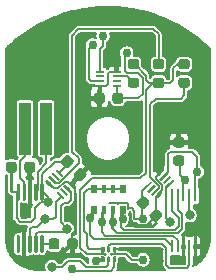
<source format=gbr>
%TF.GenerationSoftware,KiCad,Pcbnew,(5.1.10)-1*%
%TF.CreationDate,2021-10-07T10:54:52-05:00*%
%TF.ProjectId,BYTE_Magnetic,42595445-5f4d-4616-976e-657469632e6b,rev?*%
%TF.SameCoordinates,Original*%
%TF.FileFunction,Copper,L2,Bot*%
%TF.FilePolarity,Positive*%
%FSLAX46Y46*%
G04 Gerber Fmt 4.6, Leading zero omitted, Abs format (unit mm)*
G04 Created by KiCad (PCBNEW (5.1.10)-1) date 2021-10-07 10:54:52*
%MOMM*%
%LPD*%
G01*
G04 APERTURE LIST*
%TA.AperFunction,EtchedComponent*%
%ADD10C,0.100000*%
%TD*%
%TA.AperFunction,SMDPad,CuDef*%
%ADD11R,0.203200X0.304800*%
%TD*%
%TA.AperFunction,SMDPad,CuDef*%
%ADD12C,0.100000*%
%TD*%
%TA.AperFunction,SMDPad,CuDef*%
%ADD13R,1.000000X4.400000*%
%TD*%
%TA.AperFunction,SMDPad,CuDef*%
%ADD14R,0.500000X0.800000*%
%TD*%
%TA.AperFunction,SMDPad,CuDef*%
%ADD15R,0.400000X0.800000*%
%TD*%
%TA.AperFunction,SMDPad,CuDef*%
%ADD16R,0.250000X1.100000*%
%TD*%
%TA.AperFunction,SMDPad,CuDef*%
%ADD17R,0.800000X0.200000*%
%TD*%
%TA.AperFunction,ViaPad*%
%ADD18C,0.800000*%
%TD*%
%TA.AperFunction,ViaPad*%
%ADD19C,0.750000*%
%TD*%
%TA.AperFunction,Conductor*%
%ADD20C,0.150000*%
%TD*%
%TA.AperFunction,Conductor*%
%ADD21C,0.130000*%
%TD*%
%TA.AperFunction,Conductor*%
%ADD22C,0.250000*%
%TD*%
%TA.AperFunction,Conductor*%
%ADD23C,0.300000*%
%TD*%
%TA.AperFunction,Conductor*%
%ADD24C,0.200000*%
%TD*%
%TA.AperFunction,Conductor*%
%ADD25C,0.100000*%
%TD*%
G04 APERTURE END LIST*
D10*
%TO.C,U3*%
G36*
X181407260Y-122049440D02*
G01*
X181610460Y-122049440D01*
X181610460Y-121731940D01*
X181508860Y-121630340D01*
X181407260Y-121630340D01*
X181407260Y-122049440D01*
G37*
X181407260Y-122049440D02*
X181610460Y-122049440D01*
X181610460Y-121731940D01*
X181508860Y-121630340D01*
X181407260Y-121630340D01*
X181407260Y-122049440D01*
G36*
X182611220Y-122049440D02*
G01*
X182408020Y-122049440D01*
X182408020Y-121731940D01*
X182509620Y-121630340D01*
X182611220Y-121630340D01*
X182611220Y-122049440D01*
G37*
X182611220Y-122049440D02*
X182408020Y-122049440D01*
X182408020Y-121731940D01*
X182509620Y-121630340D01*
X182611220Y-121630340D01*
X182611220Y-122049440D01*
G36*
X181407260Y-120850560D02*
G01*
X181610460Y-120850560D01*
X181610460Y-121168060D01*
X181508860Y-121269660D01*
X181407260Y-121269660D01*
X181407260Y-120850560D01*
G37*
X181407260Y-120850560D02*
X181610460Y-120850560D01*
X181610460Y-121168060D01*
X181508860Y-121269660D01*
X181407260Y-121269660D01*
X181407260Y-120850560D01*
G36*
X182611220Y-120850560D02*
G01*
X182408020Y-120850560D01*
X182408020Y-121168060D01*
X182509620Y-121269660D01*
X182611220Y-121269660D01*
X182611220Y-120850560D01*
G37*
X182611220Y-120850560D02*
X182408020Y-120850560D01*
X182408020Y-121168060D01*
X182509620Y-121269660D01*
X182611220Y-121269660D01*
X182611220Y-120850560D01*
G36*
X181907640Y-122049440D02*
G01*
X182110840Y-122049440D01*
X182110840Y-121731940D01*
X182009240Y-121630340D01*
X181907640Y-121731940D01*
X181907640Y-122049440D01*
G37*
X181907640Y-122049440D02*
X182110840Y-122049440D01*
X182110840Y-121731940D01*
X182009240Y-121630340D01*
X181907640Y-121731940D01*
X181907640Y-122049440D01*
G36*
X181907640Y-120850560D02*
G01*
X182110840Y-120850560D01*
X182110840Y-121168060D01*
X182009240Y-121269660D01*
X181907640Y-121168060D01*
X181907640Y-120850560D01*
G37*
X181907640Y-120850560D02*
X182110840Y-120850560D01*
X182110840Y-121168060D01*
X182009240Y-121269660D01*
X181907640Y-121168060D01*
X181907640Y-120850560D01*
%TD*%
D11*
%TO.P,U3,1*%
%TO.N,/FSR_CTRL*%
X181508860Y-121002960D03*
%TO.P,U3,2*%
%TO.N,/ALERT*%
X182009240Y-121002960D03*
%TO.P,U3,3*%
%TO.N,GND*%
X182509620Y-121002960D03*
%TO.P,U3,5*%
%TO.N,/SCL*%
X182509620Y-121897040D03*
%TO.P,U3,6*%
%TO.N,/SDA*%
X182009240Y-121897040D03*
%TO.P,U3,7*%
%TO.N,+3V3*%
X181508860Y-121897040D03*
%TA.AperFunction,SMDPad,CuDef*%
D12*
%TO.P,U3,8*%
%TO.N,/magneticSignal*%
G36*
X181740000Y-121288355D02*
G01*
X181901645Y-121450000D01*
X181740000Y-121611645D01*
X181578355Y-121450000D01*
X181740000Y-121288355D01*
G37*
%TD.AperFunction*%
%TA.AperFunction,SMDPad,CuDef*%
%TO.P,U3,4*%
%TO.N,/INT_OUT*%
G36*
X182278480Y-121288355D02*
G01*
X182440125Y-121450000D01*
X182278480Y-121611645D01*
X182116835Y-121450000D01*
X182278480Y-121288355D01*
G37*
%TD.AperFunction*%
%TD*%
D13*
%TO.P,M1,2*%
%TO.N,Net-(M1-Pad2)*%
X176760000Y-110820000D03*
%TO.P,M1,1*%
%TO.N,Net-(M1-Pad1)*%
X174960000Y-110820000D03*
%TD*%
%TO.P,D3,2*%
%TO.N,Net-(D3-Pad2)*%
%TA.AperFunction,SMDPad,CuDef*%
G36*
G01*
X188173750Y-106510000D02*
X188686250Y-106510000D01*
G75*
G02*
X188905000Y-106728750I0J-218750D01*
G01*
X188905000Y-107166250D01*
G75*
G02*
X188686250Y-107385000I-218750J0D01*
G01*
X188173750Y-107385000D01*
G75*
G02*
X187955000Y-107166250I0J218750D01*
G01*
X187955000Y-106728750D01*
G75*
G02*
X188173750Y-106510000I218750J0D01*
G01*
G37*
%TD.AperFunction*%
%TO.P,D3,1*%
%TO.N,/magneticSignal*%
%TA.AperFunction,SMDPad,CuDef*%
G36*
G01*
X188173750Y-104935000D02*
X188686250Y-104935000D01*
G75*
G02*
X188905000Y-105153750I0J-218750D01*
G01*
X188905000Y-105591250D01*
G75*
G02*
X188686250Y-105810000I-218750J0D01*
G01*
X188173750Y-105810000D01*
G75*
G02*
X187955000Y-105591250I0J218750D01*
G01*
X187955000Y-105153750D01*
G75*
G02*
X188173750Y-104935000I218750J0D01*
G01*
G37*
%TD.AperFunction*%
%TD*%
%TO.P,D2,2*%
%TO.N,Net-(D2-Pad2)*%
%TA.AperFunction,SMDPad,CuDef*%
G36*
G01*
X183893750Y-106502500D02*
X184406250Y-106502500D01*
G75*
G02*
X184625000Y-106721250I0J-218750D01*
G01*
X184625000Y-107158750D01*
G75*
G02*
X184406250Y-107377500I-218750J0D01*
G01*
X183893750Y-107377500D01*
G75*
G02*
X183675000Y-107158750I0J218750D01*
G01*
X183675000Y-106721250D01*
G75*
G02*
X183893750Y-106502500I218750J0D01*
G01*
G37*
%TD.AperFunction*%
%TO.P,D2,1*%
%TO.N,/magneticSignal*%
%TA.AperFunction,SMDPad,CuDef*%
G36*
G01*
X183893750Y-104927500D02*
X184406250Y-104927500D01*
G75*
G02*
X184625000Y-105146250I0J-218750D01*
G01*
X184625000Y-105583750D01*
G75*
G02*
X184406250Y-105802500I-218750J0D01*
G01*
X183893750Y-105802500D01*
G75*
G02*
X183675000Y-105583750I0J218750D01*
G01*
X183675000Y-105146250D01*
G75*
G02*
X183893750Y-104927500I218750J0D01*
G01*
G37*
%TD.AperFunction*%
%TD*%
%TO.P,D1,2*%
%TO.N,Net-(D1-Pad2)*%
%TA.AperFunction,SMDPad,CuDef*%
G36*
G01*
X186526250Y-105810000D02*
X186013750Y-105810000D01*
G75*
G02*
X185795000Y-105591250I0J218750D01*
G01*
X185795000Y-105153750D01*
G75*
G02*
X186013750Y-104935000I218750J0D01*
G01*
X186526250Y-104935000D01*
G75*
G02*
X186745000Y-105153750I0J-218750D01*
G01*
X186745000Y-105591250D01*
G75*
G02*
X186526250Y-105810000I-218750J0D01*
G01*
G37*
%TD.AperFunction*%
%TO.P,D1,1*%
%TO.N,/magneticSignal*%
%TA.AperFunction,SMDPad,CuDef*%
G36*
G01*
X186526250Y-107385000D02*
X186013750Y-107385000D01*
G75*
G02*
X185795000Y-107166250I0J218750D01*
G01*
X185795000Y-106728750D01*
G75*
G02*
X186013750Y-106510000I218750J0D01*
G01*
X186526250Y-106510000D01*
G75*
G02*
X186745000Y-106728750I0J-218750D01*
G01*
X186745000Y-107166250D01*
G75*
G02*
X186526250Y-107385000I-218750J0D01*
G01*
G37*
%TD.AperFunction*%
%TD*%
D14*
%TO.P,RN1,5*%
%TO.N,/FSR_CTRL*%
X180840000Y-115940000D03*
D15*
%TO.P,RN1,6*%
X181640000Y-115940000D03*
D14*
%TO.P,RN1,8*%
X183240000Y-115940000D03*
D15*
%TO.P,RN1,7*%
X182440000Y-115940000D03*
D14*
%TO.P,RN1,4*%
%TO.N,/A1*%
X180840000Y-117740000D03*
D15*
%TO.P,RN1,2*%
%TO.N,/A3*%
X182440000Y-117740000D03*
%TO.P,RN1,3*%
%TO.N,/A0*%
X181640000Y-117740000D03*
D14*
%TO.P,RN1,1*%
%TO.N,/A2*%
X183240000Y-117740000D03*
%TD*%
D16*
%TO.P,U2,10*%
%TO.N,/SCL*%
X189380000Y-116480000D03*
%TO.P,U2,9*%
%TO.N,/SDA*%
X188880000Y-116480000D03*
%TO.P,U2,8*%
%TO.N,+3V3*%
X188380000Y-116480000D03*
%TO.P,U2,7*%
%TO.N,/A3*%
X187880000Y-116480000D03*
%TO.P,U2,6*%
%TO.N,/A2*%
X187380000Y-116480000D03*
%TO.P,U2,5*%
%TO.N,/A1*%
X187380000Y-120780000D03*
%TO.P,U2,4*%
%TO.N,/A0*%
X187880000Y-120780000D03*
%TO.P,U2,3*%
%TO.N,GND*%
X188380000Y-120780000D03*
%TO.P,U2,2*%
%TO.N,/ALERT*%
X188880000Y-120780000D03*
%TO.P,U2,1*%
%TO.N,GND*%
X189380000Y-120780000D03*
%TD*%
%TO.P,U1,10*%
%TO.N,+3V3*%
%TA.AperFunction,SMDPad,CuDef*%
G36*
G01*
X176475000Y-116925000D02*
X176325000Y-116925000D01*
G75*
G02*
X176250000Y-116850000I0J75000D01*
G01*
X176250000Y-115550000D01*
G75*
G02*
X176325000Y-115475000I75000J0D01*
G01*
X176475000Y-115475000D01*
G75*
G02*
X176550000Y-115550000I0J-75000D01*
G01*
X176550000Y-116850000D01*
G75*
G02*
X176475000Y-116925000I-75000J0D01*
G01*
G37*
%TD.AperFunction*%
%TO.P,U1,9*%
%TO.N,Net-(M1-Pad2)*%
%TA.AperFunction,SMDPad,CuDef*%
G36*
G01*
X175975000Y-116925000D02*
X175825000Y-116925000D01*
G75*
G02*
X175750000Y-116850000I0J75000D01*
G01*
X175750000Y-115550000D01*
G75*
G02*
X175825000Y-115475000I75000J0D01*
G01*
X175975000Y-115475000D01*
G75*
G02*
X176050000Y-115550000I0J-75000D01*
G01*
X176050000Y-116850000D01*
G75*
G02*
X175975000Y-116925000I-75000J0D01*
G01*
G37*
%TD.AperFunction*%
%TO.P,U1,8*%
%TO.N,GND*%
%TA.AperFunction,SMDPad,CuDef*%
G36*
G01*
X175475000Y-116925000D02*
X175325000Y-116925000D01*
G75*
G02*
X175250000Y-116850000I0J75000D01*
G01*
X175250000Y-115550000D01*
G75*
G02*
X175325000Y-115475000I75000J0D01*
G01*
X175475000Y-115475000D01*
G75*
G02*
X175550000Y-115550000I0J-75000D01*
G01*
X175550000Y-116850000D01*
G75*
G02*
X175475000Y-116925000I-75000J0D01*
G01*
G37*
%TD.AperFunction*%
%TO.P,U1,7*%
%TO.N,Net-(M1-Pad1)*%
%TA.AperFunction,SMDPad,CuDef*%
G36*
G01*
X174975000Y-116925000D02*
X174825000Y-116925000D01*
G75*
G02*
X174750000Y-116850000I0J75000D01*
G01*
X174750000Y-115550000D01*
G75*
G02*
X174825000Y-115475000I75000J0D01*
G01*
X174975000Y-115475000D01*
G75*
G02*
X175050000Y-115550000I0J-75000D01*
G01*
X175050000Y-116850000D01*
G75*
G02*
X174975000Y-116925000I-75000J0D01*
G01*
G37*
%TD.AperFunction*%
%TO.P,U1,6*%
%TO.N,+3V3*%
%TA.AperFunction,SMDPad,CuDef*%
G36*
G01*
X174475000Y-116925000D02*
X174325000Y-116925000D01*
G75*
G02*
X174250000Y-116850000I0J75000D01*
G01*
X174250000Y-115550000D01*
G75*
G02*
X174325000Y-115475000I75000J0D01*
G01*
X174475000Y-115475000D01*
G75*
G02*
X174550000Y-115550000I0J-75000D01*
G01*
X174550000Y-116850000D01*
G75*
G02*
X174475000Y-116925000I-75000J0D01*
G01*
G37*
%TD.AperFunction*%
%TO.P,U1,5*%
%TO.N,/EN*%
%TA.AperFunction,SMDPad,CuDef*%
G36*
G01*
X174475000Y-121325000D02*
X174325000Y-121325000D01*
G75*
G02*
X174250000Y-121250000I0J75000D01*
G01*
X174250000Y-119950000D01*
G75*
G02*
X174325000Y-119875000I75000J0D01*
G01*
X174475000Y-119875000D01*
G75*
G02*
X174550000Y-119950000I0J-75000D01*
G01*
X174550000Y-121250000D01*
G75*
G02*
X174475000Y-121325000I-75000J0D01*
G01*
G37*
%TD.AperFunction*%
%TO.P,U1,4*%
%TO.N,GND*%
%TA.AperFunction,SMDPad,CuDef*%
G36*
G01*
X174975000Y-121325000D02*
X174825000Y-121325000D01*
G75*
G02*
X174750000Y-121250000I0J75000D01*
G01*
X174750000Y-119950000D01*
G75*
G02*
X174825000Y-119875000I75000J0D01*
G01*
X174975000Y-119875000D01*
G75*
G02*
X175050000Y-119950000I0J-75000D01*
G01*
X175050000Y-121250000D01*
G75*
G02*
X174975000Y-121325000I-75000J0D01*
G01*
G37*
%TD.AperFunction*%
%TO.P,U1,3*%
%TO.N,/SDA*%
%TA.AperFunction,SMDPad,CuDef*%
G36*
G01*
X175475000Y-121325000D02*
X175325000Y-121325000D01*
G75*
G02*
X175250000Y-121250000I0J75000D01*
G01*
X175250000Y-119950000D01*
G75*
G02*
X175325000Y-119875000I75000J0D01*
G01*
X175475000Y-119875000D01*
G75*
G02*
X175550000Y-119950000I0J-75000D01*
G01*
X175550000Y-121250000D01*
G75*
G02*
X175475000Y-121325000I-75000J0D01*
G01*
G37*
%TD.AperFunction*%
%TO.P,U1,2*%
%TO.N,/SCL*%
%TA.AperFunction,SMDPad,CuDef*%
G36*
G01*
X175975000Y-121325000D02*
X175825000Y-121325000D01*
G75*
G02*
X175750000Y-121250000I0J75000D01*
G01*
X175750000Y-119950000D01*
G75*
G02*
X175825000Y-119875000I75000J0D01*
G01*
X175975000Y-119875000D01*
G75*
G02*
X176050000Y-119950000I0J-75000D01*
G01*
X176050000Y-121250000D01*
G75*
G02*
X175975000Y-121325000I-75000J0D01*
G01*
G37*
%TD.AperFunction*%
%TO.P,U1,1*%
%TO.N,Net-(C4-Pad1)*%
%TA.AperFunction,SMDPad,CuDef*%
G36*
G01*
X176475000Y-121325000D02*
X176325000Y-121325000D01*
G75*
G02*
X176250000Y-121250000I0J75000D01*
G01*
X176250000Y-119950000D01*
G75*
G02*
X176325000Y-119875000I75000J0D01*
G01*
X176475000Y-119875000D01*
G75*
G02*
X176550000Y-119950000I0J-75000D01*
G01*
X176550000Y-121250000D01*
G75*
G02*
X176475000Y-121325000I-75000J0D01*
G01*
G37*
%TD.AperFunction*%
%TD*%
%TO.P,C1,2*%
%TO.N,GND*%
%TA.AperFunction,SMDPad,CuDef*%
G36*
G01*
X188240000Y-112440000D02*
X187740000Y-112440000D01*
G75*
G02*
X187515000Y-112215000I0J225000D01*
G01*
X187515000Y-111765000D01*
G75*
G02*
X187740000Y-111540000I225000J0D01*
G01*
X188240000Y-111540000D01*
G75*
G02*
X188465000Y-111765000I0J-225000D01*
G01*
X188465000Y-112215000D01*
G75*
G02*
X188240000Y-112440000I-225000J0D01*
G01*
G37*
%TD.AperFunction*%
%TO.P,C1,1*%
%TO.N,+3V3*%
%TA.AperFunction,SMDPad,CuDef*%
G36*
G01*
X188240000Y-113990000D02*
X187740000Y-113990000D01*
G75*
G02*
X187515000Y-113765000I0J225000D01*
G01*
X187515000Y-113315000D01*
G75*
G02*
X187740000Y-113090000I225000J0D01*
G01*
X188240000Y-113090000D01*
G75*
G02*
X188465000Y-113315000I0J-225000D01*
G01*
X188465000Y-113765000D01*
G75*
G02*
X188240000Y-113990000I-225000J0D01*
G01*
G37*
%TD.AperFunction*%
%TD*%
%TO.P,C7,2*%
%TO.N,GND*%
%TA.AperFunction,SMDPad,CuDef*%
G36*
G01*
X185545025Y-118048579D02*
X185898579Y-117695025D01*
G75*
G02*
X186216777Y-117695025I159099J-159099D01*
G01*
X186534975Y-118013223D01*
G75*
G02*
X186534975Y-118331421I-159099J-159099D01*
G01*
X186181421Y-118684975D01*
G75*
G02*
X185863223Y-118684975I-159099J159099D01*
G01*
X185545025Y-118366777D01*
G75*
G02*
X185545025Y-118048579I159099J159099D01*
G01*
G37*
%TD.AperFunction*%
%TO.P,C7,1*%
%TO.N,+3V3*%
%TA.AperFunction,SMDPad,CuDef*%
G36*
G01*
X184449009Y-116952563D02*
X184802563Y-116599009D01*
G75*
G02*
X185120761Y-116599009I159099J-159099D01*
G01*
X185438959Y-116917207D01*
G75*
G02*
X185438959Y-117235405I-159099J-159099D01*
G01*
X185085405Y-117588959D01*
G75*
G02*
X184767207Y-117588959I-159099J159099D01*
G01*
X184449009Y-117270761D01*
G75*
G02*
X184449009Y-116952563I159099J159099D01*
G01*
G37*
%TD.AperFunction*%
%TD*%
%TO.P,C6,2*%
%TO.N,GND*%
%TA.AperFunction,SMDPad,CuDef*%
G36*
G01*
X181715000Y-108000000D02*
X181715000Y-108500000D01*
G75*
G02*
X181490000Y-108725000I-225000J0D01*
G01*
X181040000Y-108725000D01*
G75*
G02*
X180815000Y-108500000I0J225000D01*
G01*
X180815000Y-108000000D01*
G75*
G02*
X181040000Y-107775000I225000J0D01*
G01*
X181490000Y-107775000D01*
G75*
G02*
X181715000Y-108000000I0J-225000D01*
G01*
G37*
%TD.AperFunction*%
%TO.P,C6,1*%
%TO.N,+3V3*%
%TA.AperFunction,SMDPad,CuDef*%
G36*
G01*
X183265000Y-108000000D02*
X183265000Y-108500000D01*
G75*
G02*
X183040000Y-108725000I-225000J0D01*
G01*
X182590000Y-108725000D01*
G75*
G02*
X182365000Y-108500000I0J225000D01*
G01*
X182365000Y-108000000D01*
G75*
G02*
X182590000Y-107775000I225000J0D01*
G01*
X183040000Y-107775000D01*
G75*
G02*
X183265000Y-108000000I0J-225000D01*
G01*
G37*
%TD.AperFunction*%
%TD*%
%TO.P,C3,2*%
%TO.N,GND*%
%TA.AperFunction,SMDPad,CuDef*%
G36*
G01*
X179143033Y-114576587D02*
X179496587Y-114223033D01*
G75*
G02*
X179814785Y-114223033I159099J-159099D01*
G01*
X180132983Y-114541231D01*
G75*
G02*
X180132983Y-114859429I-159099J-159099D01*
G01*
X179779429Y-115212983D01*
G75*
G02*
X179461231Y-115212983I-159099J159099D01*
G01*
X179143033Y-114894785D01*
G75*
G02*
X179143033Y-114576587I159099J159099D01*
G01*
G37*
%TD.AperFunction*%
%TO.P,C3,1*%
%TO.N,+3V3*%
%TA.AperFunction,SMDPad,CuDef*%
G36*
G01*
X178047017Y-113480571D02*
X178400571Y-113127017D01*
G75*
G02*
X178718769Y-113127017I159099J-159099D01*
G01*
X179036967Y-113445215D01*
G75*
G02*
X179036967Y-113763413I-159099J-159099D01*
G01*
X178683413Y-114116967D01*
G75*
G02*
X178365215Y-114116967I-159099J159099D01*
G01*
X178047017Y-113798769D01*
G75*
G02*
X178047017Y-113480571I159099J159099D01*
G01*
G37*
%TD.AperFunction*%
%TD*%
%TA.AperFunction,SMDPad,CuDef*%
D12*
%TO.P,U6,8*%
%TO.N,+3V3*%
G36*
X185754314Y-115388579D02*
G01*
X185188629Y-115954264D01*
X185047208Y-115812843D01*
X185612893Y-115247158D01*
X185754314Y-115388579D01*
G37*
%TD.AperFunction*%
%TA.AperFunction,SMDPad,CuDef*%
%TO.P,U6,7*%
%TO.N,N/C*%
G36*
X186037157Y-115671421D02*
G01*
X185471472Y-116237106D01*
X185330051Y-116095685D01*
X185895736Y-115530000D01*
X186037157Y-115671421D01*
G37*
%TD.AperFunction*%
%TA.AperFunction,SMDPad,CuDef*%
%TO.P,U6,6*%
%TO.N,Net-(D3-Pad2)*%
G36*
X186320000Y-115954264D02*
G01*
X185754315Y-116519949D01*
X185612894Y-116378528D01*
X186178579Y-115812843D01*
X186320000Y-115954264D01*
G37*
%TD.AperFunction*%
%TA.AperFunction,SMDPad,CuDef*%
%TO.P,U6,5*%
%TO.N,GND*%
G36*
X186602842Y-116237107D02*
G01*
X186037157Y-116802792D01*
X185895736Y-116661371D01*
X186461421Y-116095686D01*
X186602842Y-116237107D01*
G37*
%TD.AperFunction*%
%TA.AperFunction,SMDPad,CuDef*%
%TO.P,U6,4*%
%TO.N,/SDA*%
G36*
X187592792Y-115247157D02*
G01*
X187027107Y-115812842D01*
X186885686Y-115671421D01*
X187451371Y-115105736D01*
X187592792Y-115247157D01*
G37*
%TD.AperFunction*%
%TA.AperFunction,SMDPad,CuDef*%
%TO.P,U6,3*%
%TO.N,Net-(U6-Pad3)*%
G36*
X187309949Y-114964315D02*
G01*
X186744264Y-115530000D01*
X186602843Y-115388579D01*
X187168528Y-114822894D01*
X187309949Y-114964315D01*
G37*
%TD.AperFunction*%
%TA.AperFunction,SMDPad,CuDef*%
%TO.P,U6,2*%
%TO.N,/SCL*%
G36*
X187027106Y-114681472D02*
G01*
X186461421Y-115247157D01*
X186320000Y-115105736D01*
X186885685Y-114540051D01*
X187027106Y-114681472D01*
G37*
%TD.AperFunction*%
%TA.AperFunction,SMDPad,CuDef*%
%TO.P,U6,1*%
%TO.N,GND*%
G36*
X186744264Y-114398629D02*
G01*
X186178579Y-114964314D01*
X186037158Y-114822893D01*
X186602843Y-114257208D01*
X186744264Y-114398629D01*
G37*
%TD.AperFunction*%
%TD*%
D17*
%TO.P,U5,8*%
%TO.N,+3V3*%
X182710000Y-107200000D03*
%TO.P,U5,7*%
%TO.N,N/C*%
X182710000Y-106800000D03*
%TO.P,U5,6*%
%TO.N,Net-(D2-Pad2)*%
X182710000Y-106400000D03*
%TO.P,U5,5*%
%TO.N,GND*%
X182710000Y-106000000D03*
%TO.P,U5,4*%
%TO.N,/SDA*%
X181310000Y-106000000D03*
%TO.P,U5,3*%
%TO.N,Net-(U5-Pad3)*%
X181310000Y-106400000D03*
%TO.P,U5,2*%
%TO.N,/SCL*%
X181310000Y-106800000D03*
%TO.P,U5,1*%
%TO.N,GND*%
X181310000Y-107200000D03*
%TD*%
%TA.AperFunction,SMDPad,CuDef*%
D12*
%TO.P,U4,8*%
%TO.N,+3V3*%
G36*
X178071421Y-114964314D02*
G01*
X177505736Y-114398629D01*
X177647157Y-114257208D01*
X178212842Y-114822893D01*
X178071421Y-114964314D01*
G37*
%TD.AperFunction*%
%TA.AperFunction,SMDPad,CuDef*%
%TO.P,U4,7*%
%TO.N,N/C*%
G36*
X177788579Y-115247157D02*
G01*
X177222894Y-114681472D01*
X177364315Y-114540051D01*
X177930000Y-115105736D01*
X177788579Y-115247157D01*
G37*
%TD.AperFunction*%
%TA.AperFunction,SMDPad,CuDef*%
%TO.P,U4,6*%
%TO.N,Net-(D1-Pad2)*%
G36*
X177505736Y-115530000D02*
G01*
X176940051Y-114964315D01*
X177081472Y-114822894D01*
X177647157Y-115388579D01*
X177505736Y-115530000D01*
G37*
%TD.AperFunction*%
%TA.AperFunction,SMDPad,CuDef*%
%TO.P,U4,5*%
%TO.N,GND*%
G36*
X177222893Y-115812842D02*
G01*
X176657208Y-115247157D01*
X176798629Y-115105736D01*
X177364314Y-115671421D01*
X177222893Y-115812842D01*
G37*
%TD.AperFunction*%
%TA.AperFunction,SMDPad,CuDef*%
%TO.P,U4,4*%
%TO.N,/SDA*%
G36*
X178212843Y-116802792D02*
G01*
X177647158Y-116237107D01*
X177788579Y-116095686D01*
X178354264Y-116661371D01*
X178212843Y-116802792D01*
G37*
%TD.AperFunction*%
%TA.AperFunction,SMDPad,CuDef*%
%TO.P,U4,3*%
%TO.N,Net-(U4-Pad3)*%
G36*
X178495685Y-116519949D02*
G01*
X177930000Y-115954264D01*
X178071421Y-115812843D01*
X178637106Y-116378528D01*
X178495685Y-116519949D01*
G37*
%TD.AperFunction*%
%TA.AperFunction,SMDPad,CuDef*%
%TO.P,U4,2*%
%TO.N,/SCL*%
G36*
X178778528Y-116237106D02*
G01*
X178212843Y-115671421D01*
X178354264Y-115530000D01*
X178919949Y-116095685D01*
X178778528Y-116237106D01*
G37*
%TD.AperFunction*%
%TA.AperFunction,SMDPad,CuDef*%
%TO.P,U4,1*%
%TO.N,GND*%
G36*
X179061371Y-115954264D02*
G01*
X178495686Y-115388579D01*
X178637107Y-115247158D01*
X179202792Y-115812843D01*
X179061371Y-115954264D01*
G37*
%TD.AperFunction*%
%TD*%
%TO.P,C5,2*%
%TO.N,GND*%
%TA.AperFunction,SMDPad,CuDef*%
G36*
G01*
X174914740Y-114350000D02*
X174914740Y-113850000D01*
G75*
G02*
X175139740Y-113625000I225000J0D01*
G01*
X175589740Y-113625000D01*
G75*
G02*
X175814740Y-113850000I0J-225000D01*
G01*
X175814740Y-114350000D01*
G75*
G02*
X175589740Y-114575000I-225000J0D01*
G01*
X175139740Y-114575000D01*
G75*
G02*
X174914740Y-114350000I0J225000D01*
G01*
G37*
%TD.AperFunction*%
%TO.P,C5,1*%
%TO.N,+3V3*%
%TA.AperFunction,SMDPad,CuDef*%
G36*
G01*
X173364740Y-114350000D02*
X173364740Y-113850000D01*
G75*
G02*
X173589740Y-113625000I225000J0D01*
G01*
X174039740Y-113625000D01*
G75*
G02*
X174264740Y-113850000I0J-225000D01*
G01*
X174264740Y-114350000D01*
G75*
G02*
X174039740Y-114575000I-225000J0D01*
G01*
X173589740Y-114575000D01*
G75*
G02*
X173364740Y-114350000I0J225000D01*
G01*
G37*
%TD.AperFunction*%
%TD*%
%TO.P,C4,2*%
%TO.N,GND*%
%TA.AperFunction,SMDPad,CuDef*%
G36*
G01*
X178525000Y-120830000D02*
X178525000Y-120330000D01*
G75*
G02*
X178750000Y-120105000I225000J0D01*
G01*
X179200000Y-120105000D01*
G75*
G02*
X179425000Y-120330000I0J-225000D01*
G01*
X179425000Y-120830000D01*
G75*
G02*
X179200000Y-121055000I-225000J0D01*
G01*
X178750000Y-121055000D01*
G75*
G02*
X178525000Y-120830000I0J225000D01*
G01*
G37*
%TD.AperFunction*%
%TO.P,C4,1*%
%TO.N,Net-(C4-Pad1)*%
%TA.AperFunction,SMDPad,CuDef*%
G36*
G01*
X176975000Y-120830000D02*
X176975000Y-120330000D01*
G75*
G02*
X177200000Y-120105000I225000J0D01*
G01*
X177650000Y-120105000D01*
G75*
G02*
X177875000Y-120330000I0J-225000D01*
G01*
X177875000Y-120830000D01*
G75*
G02*
X177650000Y-121055000I-225000J0D01*
G01*
X177200000Y-121055000D01*
G75*
G02*
X176975000Y-120830000I0J225000D01*
G01*
G37*
%TD.AperFunction*%
%TD*%
D18*
%TO.N,GND*%
X187880000Y-121980000D03*
X181670000Y-101160000D03*
X189800000Y-104500000D03*
X174075000Y-105350000D03*
D19*
X174853030Y-118115612D03*
D18*
X173820000Y-119260000D03*
X186310000Y-122010000D03*
%TO.N,+3V3*%
X176940000Y-117080000D03*
D19*
X188550000Y-115150000D03*
X184930320Y-118471100D03*
X180950000Y-122010000D03*
X183580000Y-104430000D03*
%TO.N,/SCL*%
X189540000Y-114490000D03*
X180690000Y-103740000D03*
X178950002Y-122702486D03*
D18*
X178530000Y-119310000D03*
D19*
%TO.N,/SDA*%
X181570000Y-103020000D03*
D18*
X187260000Y-118740000D03*
X188900000Y-118180000D03*
X176670000Y-118520000D03*
X177260004Y-122550004D03*
D19*
%TO.N,/A0*%
X181440000Y-118730000D03*
%TO.N,/A1*%
X180440000Y-118420000D03*
%TO.N,/A2*%
X183230000Y-118460000D03*
%TO.N,/A3*%
X182370000Y-118730000D03*
%TO.N,/INT_OUT*%
X184949998Y-121940000D03*
%TD*%
D20*
%TO.N,GND*%
X178849239Y-115600711D02*
X178578539Y-115330011D01*
X178578539Y-115330011D02*
X178306443Y-115330011D01*
X178306443Y-115330011D02*
X177796454Y-115840000D01*
X177796454Y-115840000D02*
X177391472Y-115840000D01*
X177391472Y-115840000D02*
X177010761Y-115459289D01*
X186040000Y-118190000D02*
X185283899Y-118946101D01*
X185283899Y-118946101D02*
X184316101Y-118946101D01*
X184316101Y-118946101D02*
X183880000Y-118510000D01*
X182160000Y-106000000D02*
X182010000Y-106150000D01*
X182010000Y-106150000D02*
X182010000Y-107050000D01*
X182710000Y-106000000D02*
X182160000Y-106000000D01*
X182010000Y-107050000D02*
X181860000Y-107200000D01*
X181860000Y-107200000D02*
X181310000Y-107200000D01*
X182509620Y-121002960D02*
X183612960Y-121002960D01*
X183612960Y-121002960D02*
X183640000Y-121030000D01*
X186542960Y-121002960D02*
X186620000Y-121080000D01*
X182509620Y-121002960D02*
X186542960Y-121002960D01*
X186249289Y-116449239D02*
X186249289Y-116380711D01*
X186249289Y-116380711D02*
X186600000Y-116030000D01*
D21*
X186600000Y-115619097D02*
X186050000Y-115069097D01*
X186600000Y-116030000D02*
X186600000Y-115619097D01*
X186050000Y-114951472D02*
X186390711Y-114610761D01*
X186050000Y-115069097D02*
X186050000Y-114951472D01*
X186040000Y-118190000D02*
X186040000Y-118810000D01*
D20*
X183880000Y-117930000D02*
X183880000Y-117770000D01*
X183880000Y-118510000D02*
X183880000Y-117930000D01*
D22*
X185740000Y-119110000D02*
X184250000Y-119110000D01*
X184250000Y-119110000D02*
X183880000Y-118740000D01*
X186040000Y-118810000D02*
X185740000Y-119110000D01*
X183880000Y-118740000D02*
X183880000Y-117930000D01*
D20*
X186390711Y-114610761D02*
X186390711Y-114179289D01*
X186390711Y-114179289D02*
X186570000Y-114000000D01*
X186390711Y-114610761D02*
X186390711Y-114519289D01*
D23*
X186390711Y-114519289D02*
X186570000Y-114340000D01*
X186570000Y-114340000D02*
X186570000Y-113470000D01*
X178975000Y-120580000D02*
X178886000Y-120580000D01*
X178886000Y-120580000D02*
X177800000Y-121666000D01*
X177800000Y-121666000D02*
X177546000Y-121666000D01*
D20*
X178975000Y-120580000D02*
X178975000Y-119715000D01*
X178975000Y-119715000D02*
X179260000Y-119430000D01*
X179260000Y-119430000D02*
X179260000Y-118300000D01*
D24*
X175364740Y-116164740D02*
X175400000Y-116200000D01*
X175364740Y-114100000D02*
X175364740Y-116164740D01*
X175400000Y-117568642D02*
X174853030Y-118115612D01*
X175400000Y-116200000D02*
X175400000Y-117568642D01*
X178990660Y-115600711D02*
X179200000Y-115810051D01*
X178849239Y-115600711D02*
X178990660Y-115600711D01*
X179200000Y-115810051D02*
X179200000Y-117110000D01*
X179200000Y-117110000D02*
X179160000Y-117150000D01*
X179160000Y-117150000D02*
X179160000Y-118090000D01*
X186040000Y-116658528D02*
X186249289Y-116449239D01*
X186040000Y-118190000D02*
X186040000Y-116658528D01*
%TO.N,+3V3*%
X174400000Y-116200000D02*
X173900000Y-116200000D01*
X173900000Y-116200000D02*
X173814740Y-116114740D01*
D20*
X184180010Y-118456444D02*
X184180010Y-117805732D01*
X177468008Y-113621992D02*
X178541992Y-113621992D01*
X183776443Y-117519990D02*
X183665001Y-117631432D01*
X182849999Y-117164999D02*
X182815000Y-117199998D01*
X183630001Y-117164999D02*
X182849999Y-117164999D01*
X184130010Y-117666443D02*
X183983557Y-117519990D01*
X184930320Y-118471100D02*
X184194666Y-118471100D01*
X176400000Y-114690000D02*
X177468008Y-113621992D01*
X182780001Y-117164999D02*
X182099999Y-117164999D01*
X183665001Y-117199999D02*
X183630001Y-117164999D01*
X183665001Y-117631432D02*
X183665001Y-117199999D01*
X182815000Y-117199998D02*
X182780001Y-117164999D01*
X184180010Y-117805732D02*
X184130010Y-117755732D01*
X183983557Y-117519990D02*
X183776443Y-117519990D01*
X184130010Y-117755732D02*
X184130010Y-117666443D01*
X184194666Y-118471100D02*
X184180010Y-118456444D01*
X176400000Y-116200000D02*
X176400000Y-114690000D01*
X181508860Y-121897040D02*
X181397040Y-121897040D01*
D22*
X173814740Y-114100000D02*
X173814740Y-116114740D01*
D20*
X182710000Y-108145000D02*
X182815000Y-108250000D01*
X178541992Y-113928058D02*
X177859289Y-114610761D01*
X184869372Y-116132100D02*
X184869372Y-118455771D01*
X188120000Y-114720000D02*
X188550000Y-115150000D01*
X173900000Y-116200000D02*
X173900000Y-113994100D01*
X178541992Y-113621992D02*
X178541992Y-113928058D01*
X180950000Y-122010000D02*
X181284080Y-122010000D01*
X183570000Y-106120000D02*
X183390000Y-105940000D01*
X181284080Y-122010000D02*
X181397040Y-121897040D01*
X182710000Y-107200000D02*
X182710000Y-108145000D01*
X181397040Y-121897040D02*
X181177982Y-121897040D01*
X181177982Y-121897040D02*
X181050012Y-122025010D01*
X182815000Y-108250000D02*
X184560000Y-108250000D01*
X188120000Y-113790000D02*
X188120000Y-114720000D01*
X183390000Y-105940000D02*
X183390000Y-104620000D01*
X184560000Y-108250000D02*
X184940000Y-107870000D01*
X173900000Y-113994100D02*
X173814740Y-113908840D01*
X184940000Y-106560000D02*
X184500000Y-106120000D01*
X184940000Y-107870000D02*
X184940000Y-106560000D01*
X184500000Y-106120000D02*
X183570000Y-106120000D01*
X183390000Y-104620000D02*
X183580000Y-104430000D01*
X182710000Y-107200000D02*
X182710000Y-108275000D01*
X185400761Y-115600711D02*
X184869372Y-116132100D01*
X176940000Y-116630000D02*
X176510000Y-116200000D01*
X176510000Y-116200000D02*
X176400000Y-116200000D01*
X176940000Y-117080000D02*
X176940000Y-116630000D01*
D24*
X188380000Y-115320000D02*
X188550000Y-115150000D01*
X188380000Y-116480000D02*
X188380000Y-115320000D01*
X176280000Y-117080000D02*
X176940000Y-117080000D01*
X175800000Y-118420000D02*
X175800000Y-117560000D01*
X175504386Y-118715614D02*
X175800000Y-118420000D01*
X174565028Y-118715614D02*
X175504386Y-118715614D01*
X174250000Y-118400586D02*
X174565028Y-118715614D01*
X175800000Y-117560000D02*
X176280000Y-117080000D01*
X174250000Y-116350000D02*
X174250000Y-118400586D01*
X174400000Y-116200000D02*
X174250000Y-116350000D01*
D20*
%TO.N,/SCL*%
X187230000Y-112820000D02*
X188690000Y-112820000D01*
X189540000Y-113220000D02*
X189140000Y-112820000D01*
X189140000Y-112820000D02*
X188690000Y-112820000D01*
X189540000Y-114490000D02*
X189540000Y-113220000D01*
X187100000Y-112950000D02*
X187230000Y-112820000D01*
X187100000Y-114460000D02*
X187100000Y-112950000D01*
X186673553Y-114886447D02*
X187100000Y-114460000D01*
X186673553Y-114893604D02*
X186673553Y-114886447D01*
X178850000Y-116167157D02*
X178566396Y-115883553D01*
X178850000Y-116840000D02*
X178850000Y-116167157D01*
X178580000Y-117110000D02*
X178850000Y-116840000D01*
X178530000Y-119310000D02*
X177970000Y-118750000D01*
X177970000Y-118750000D02*
X177970000Y-117380000D01*
X178240000Y-117110000D02*
X178580000Y-117110000D01*
X177970000Y-117380000D02*
X178240000Y-117110000D01*
X180550000Y-106800000D02*
X180380000Y-106630000D01*
X181310000Y-106800000D02*
X180550000Y-106800000D01*
X179097539Y-122850023D02*
X178950002Y-122702486D01*
X182509620Y-121897040D02*
X182509620Y-122560380D01*
X182509620Y-122560380D02*
X182219977Y-122850023D01*
X182219977Y-122850023D02*
X179097539Y-122850023D01*
X180380000Y-104050000D02*
X180690000Y-103740000D01*
X180380000Y-105780000D02*
X180380000Y-104050000D01*
X180380000Y-106630000D02*
X180380000Y-105780000D01*
X189380000Y-114650000D02*
X189540000Y-114490000D01*
X189380000Y-116480000D02*
X189380000Y-114650000D01*
X175900000Y-120600000D02*
X175900000Y-119760000D01*
X175900000Y-119760000D02*
X176080000Y-119580000D01*
X176080000Y-119580000D02*
X178260000Y-119580000D01*
X178260000Y-119580000D02*
X178530000Y-119310000D01*
D24*
%TO.N,/SDA*%
X187239239Y-115459289D02*
X186890000Y-115808528D01*
X186890000Y-118370000D02*
X187260000Y-118740000D01*
X186890000Y-115808528D02*
X186890000Y-118370000D01*
D20*
X188880000Y-118160000D02*
X188900000Y-118180000D01*
X188880000Y-116480000D02*
X188880000Y-118160000D01*
X178000711Y-116629289D02*
X178000711Y-116449239D01*
X177610000Y-117020000D02*
X178000711Y-116629289D01*
X182009240Y-122350760D02*
X182009240Y-121897040D01*
X181790000Y-122570000D02*
X182009240Y-122350760D01*
X179630000Y-122040000D02*
X180160000Y-122570000D01*
X178630000Y-122040000D02*
X179630000Y-122040000D01*
X180160000Y-122570000D02*
X181790000Y-122570000D01*
X178119996Y-122550004D02*
X178630000Y-122040000D01*
X177260004Y-122550004D02*
X178119996Y-122550004D01*
X181310000Y-106000000D02*
X181310000Y-104070000D01*
X181570000Y-103810000D02*
X181310000Y-104070000D01*
X181570000Y-103020000D02*
X181570000Y-103810000D01*
X175400000Y-120600000D02*
X175400000Y-119350000D01*
X175400000Y-119350000D02*
X175570000Y-119180000D01*
X176010000Y-119180000D02*
X176670000Y-118520000D01*
X175570000Y-119180000D02*
X176010000Y-119180000D01*
X177360000Y-118520000D02*
X177610000Y-118270000D01*
X176670000Y-118520000D02*
X177360000Y-118520000D01*
X177610000Y-118270000D02*
X177610000Y-117020000D01*
D24*
%TO.N,Net-(M1-Pad2)*%
X176050000Y-116050000D02*
X176050000Y-114460000D01*
X175900000Y-116200000D02*
X176050000Y-116050000D01*
X176760000Y-113750000D02*
X176760000Y-110820000D01*
X176050000Y-114460000D02*
X176760000Y-113750000D01*
D20*
%TO.N,Net-(M1-Pad1)*%
X174591980Y-111920020D02*
X174970000Y-111542000D01*
X174591980Y-111318020D02*
X174970000Y-110940000D01*
X174591980Y-112838020D02*
X174591980Y-111318020D01*
X174591980Y-112838020D02*
X174591980Y-111920020D01*
D24*
X174900000Y-116200000D02*
X174900000Y-115340000D01*
X174900000Y-115340000D02*
X174560000Y-115000000D01*
X174560000Y-115000000D02*
X174560000Y-113570000D01*
X174960000Y-113170000D02*
X174960000Y-110820000D01*
X174560000Y-113570000D02*
X174960000Y-113170000D01*
D20*
%TO.N,Net-(C4-Pad1)*%
X177405000Y-120600000D02*
X177425000Y-120580000D01*
X176400000Y-120600000D02*
X177405000Y-120600000D01*
%TO.N,/A0*%
X181440000Y-117940000D02*
X181640000Y-117740000D01*
X181440000Y-118730000D02*
X181440000Y-117940000D01*
X181440000Y-118730000D02*
X181440000Y-119620000D01*
X181750033Y-119930033D02*
X182589967Y-119930033D01*
X181440000Y-119620000D02*
X181750033Y-119930033D01*
X181550000Y-118470000D02*
X181550000Y-117830000D01*
X181550000Y-117830000D02*
X181640000Y-117740000D01*
X182589967Y-119930033D02*
X181960033Y-119930033D01*
X187880000Y-120289998D02*
X187880000Y-120780000D01*
X187520035Y-119930033D02*
X187880000Y-120289998D01*
X182589967Y-119930033D02*
X187520035Y-119930033D01*
%TO.N,/A1*%
X180760000Y-117820000D02*
X180840000Y-117740000D01*
X180760000Y-118470000D02*
X180760000Y-117820000D01*
X182089956Y-120180044D02*
X180800044Y-120180044D01*
X182089956Y-120180044D02*
X181070044Y-120180044D01*
X180440000Y-119820000D02*
X180440000Y-118420000D01*
X180800044Y-120180044D02*
X180440000Y-119820000D01*
X180440000Y-118140000D02*
X180840000Y-117740000D01*
X180440000Y-118420000D02*
X180440000Y-118140000D01*
X186780044Y-120180044D02*
X187380000Y-120780000D01*
X182089956Y-120180044D02*
X186780044Y-120180044D01*
%TO.N,/A2*%
X183240000Y-117953200D02*
X183240000Y-117740000D01*
X183110000Y-119140000D02*
X183110000Y-117870000D01*
X183110000Y-117870000D02*
X183240000Y-117740000D01*
X183380011Y-119410011D02*
X183110000Y-119140000D01*
X187639989Y-119410011D02*
X183380011Y-119410011D01*
X187990000Y-119060000D02*
X187639989Y-119410011D01*
X187990000Y-118380000D02*
X187990000Y-119060000D01*
X187380000Y-117770000D02*
X187990000Y-118380000D01*
X187380000Y-116480000D02*
X187380000Y-117770000D01*
X183240000Y-118450000D02*
X183230000Y-118460000D01*
X183240000Y-117740000D02*
X183240000Y-118450000D01*
%TO.N,/A3*%
X182310000Y-117870000D02*
X182440000Y-117740000D01*
X182310000Y-118470000D02*
X182310000Y-117870000D01*
X182310000Y-119260000D02*
X182310000Y-118470000D01*
X182730022Y-119680022D02*
X182310000Y-119260000D01*
X182370000Y-119320000D02*
X182730022Y-119680022D01*
X182370000Y-118730000D02*
X182370000Y-119320000D01*
X182370000Y-117810000D02*
X182440000Y-117740000D01*
X182370000Y-118730000D02*
X182370000Y-117810000D01*
X187880000Y-117690000D02*
X187880000Y-116480000D01*
X188250000Y-118060000D02*
X187880000Y-117690000D01*
X188250000Y-119330000D02*
X188250000Y-118060000D01*
X187899978Y-119680022D02*
X188250000Y-119330000D01*
X182730022Y-119680022D02*
X187899978Y-119680022D01*
%TO.N,Net-(D1-Pad2)*%
X177797833Y-115422167D02*
X177810000Y-115422167D01*
D21*
X178129773Y-115139324D02*
X178130676Y-115139324D01*
X177797833Y-115422167D02*
X177846930Y-115422167D01*
X177529324Y-115412167D02*
X177293604Y-115176447D01*
X177856930Y-115412167D02*
X177529324Y-115412167D01*
X177934548Y-115334548D02*
X177856930Y-115412167D01*
X177846930Y-115422167D02*
X177934548Y-115334548D01*
X177934548Y-115334548D02*
X178129773Y-115139324D01*
D20*
X178410000Y-114873238D02*
X179506619Y-113776619D01*
X178406762Y-114873238D02*
X178410000Y-114873238D01*
X178300000Y-114990000D02*
X178406762Y-114873238D01*
X178220000Y-115080000D02*
X178300000Y-114990000D01*
X178130676Y-115139324D02*
X178220000Y-115080000D01*
D21*
X186270000Y-105372500D02*
X186270000Y-102830000D01*
X185840000Y-102400000D02*
X185160000Y-102400000D01*
X186270000Y-102830000D02*
X185840000Y-102400000D01*
X179490000Y-102400000D02*
X185160000Y-102400000D01*
X178930000Y-102960000D02*
X179490000Y-102400000D01*
X179506619Y-113346619D02*
X178930000Y-112770000D01*
X178930000Y-112770000D02*
X178930000Y-111860000D01*
X178930000Y-111860000D02*
X178930000Y-102960000D01*
X179506619Y-113776619D02*
X179506619Y-113346619D01*
D20*
%TO.N,/magneticSignal*%
X186270000Y-106947500D02*
X187272500Y-106947500D01*
X187272500Y-106947500D02*
X187520000Y-106700000D01*
X187520000Y-105735000D02*
X187882500Y-105372500D01*
X187520000Y-106700000D02*
X187520000Y-105735000D01*
X187882500Y-105372500D02*
X188430000Y-105372500D01*
X186270000Y-106947500D02*
X185437500Y-106947500D01*
X185437500Y-106947500D02*
X185200000Y-106710000D01*
X185200000Y-106710000D02*
X185200000Y-106330000D01*
X184235000Y-105365000D02*
X184150000Y-105365000D01*
X185200000Y-106330000D02*
X184235000Y-105365000D01*
X180180000Y-121450000D02*
X179650000Y-120920000D01*
X179650000Y-120920000D02*
X179650000Y-116040000D01*
X179650000Y-116040000D02*
X180650000Y-115040000D01*
X180650000Y-115040000D02*
X184730000Y-115040000D01*
X184730000Y-115040000D02*
X185200000Y-114570000D01*
X185200000Y-114570000D02*
X185200000Y-107542500D01*
X185795000Y-106947500D02*
X186270000Y-106947500D01*
X181740000Y-121450000D02*
X180180000Y-121450000D01*
X185200000Y-107542500D02*
X185795000Y-106947500D01*
%TO.N,Net-(D2-Pad2)*%
X183610000Y-106400000D02*
X184150000Y-106940000D01*
X182710000Y-106400000D02*
X183610000Y-106400000D01*
D21*
%TO.N,Net-(D3-Pad2)*%
X185966447Y-116166396D02*
X185973604Y-116166396D01*
X185973604Y-116166396D02*
X186270000Y-115870000D01*
X186270000Y-115670903D02*
X185559109Y-114960012D01*
X186270000Y-115870000D02*
X186270000Y-115670903D01*
D20*
X185559109Y-114720891D02*
X185559109Y-108780891D01*
X185559109Y-114960012D02*
X185559109Y-114720891D01*
X185559109Y-114720891D02*
X185559109Y-114630891D01*
X185559109Y-108780891D02*
X186030000Y-108310000D01*
X188140000Y-108310000D02*
X188430000Y-108020000D01*
X186030000Y-108310000D02*
X188140000Y-108310000D01*
X188430000Y-108020000D02*
X188430000Y-106947500D01*
%TO.N,/INT_OUT*%
X182278480Y-121450000D02*
X183490000Y-121450000D01*
X183980000Y-121940000D02*
X184949998Y-121940000D01*
X183490000Y-121450000D02*
X183980000Y-121940000D01*
%TO.N,/ALERT*%
X182009240Y-120800760D02*
X182009240Y-121002960D01*
X182240724Y-120569276D02*
X182009240Y-120800760D01*
X186119276Y-120569276D02*
X185969276Y-120569276D01*
X185969276Y-120569276D02*
X182240724Y-120569276D01*
X188880000Y-122360000D02*
X188880000Y-120780000D01*
X188640000Y-122600000D02*
X188880000Y-122360000D01*
X187130000Y-122600000D02*
X188640000Y-122600000D01*
X186940000Y-122410000D02*
X187130000Y-122600000D01*
X186940000Y-120960000D02*
X186940000Y-122410000D01*
X186549276Y-120569276D02*
X186940000Y-120960000D01*
X185969276Y-120569276D02*
X186549276Y-120569276D01*
%TO.N,/FSR_CTRL*%
X180840000Y-115940000D02*
X183240000Y-115940000D01*
X180260000Y-115940000D02*
X180840000Y-115940000D01*
X179950000Y-116250000D02*
X180260000Y-115940000D01*
X179950000Y-119510000D02*
X179950000Y-116250000D01*
X180170000Y-119730000D02*
X179950000Y-119510000D01*
X180170000Y-120770000D02*
X180170000Y-119730000D01*
X180402960Y-121002960D02*
X180170000Y-120770000D01*
X181508860Y-121002960D02*
X180402960Y-121002960D01*
%TD*%
%TO.N,GND*%
X186590000Y-121104975D02*
X186590001Y-122392802D01*
X186588307Y-122410000D01*
X186595065Y-122478611D01*
X186607825Y-122520673D01*
X186615079Y-122544587D01*
X186647579Y-122605390D01*
X186691316Y-122658685D01*
X186704675Y-122669648D01*
X186810030Y-122775004D01*
X182786257Y-122775004D01*
X182802042Y-122755770D01*
X182834542Y-122694967D01*
X182849335Y-122646200D01*
X182854555Y-122628993D01*
X182861313Y-122560381D01*
X182859620Y-122543192D01*
X182859620Y-122256607D01*
X182859684Y-122256530D01*
X182879382Y-122233054D01*
X182879931Y-122232056D01*
X182880657Y-122231178D01*
X182895226Y-122204233D01*
X182909939Y-122177471D01*
X182910282Y-122176388D01*
X182910826Y-122175383D01*
X182919884Y-122146122D01*
X182929118Y-122117011D01*
X182929245Y-122115879D01*
X182929582Y-122114790D01*
X182932781Y-122084355D01*
X182936188Y-122053978D01*
X182936203Y-122051791D01*
X182936212Y-122051709D01*
X182936205Y-122051627D01*
X182936220Y-122049440D01*
X182936220Y-121800000D01*
X183345027Y-121800000D01*
X183720355Y-122175330D01*
X183731315Y-122188685D01*
X183784610Y-122232422D01*
X183845413Y-122264922D01*
X183911388Y-122284935D01*
X183949461Y-122288685D01*
X183980000Y-122291693D01*
X183997189Y-122290000D01*
X184402113Y-122290000D01*
X184445110Y-122354351D01*
X184535647Y-122444888D01*
X184642108Y-122516022D01*
X184760400Y-122565021D01*
X184885979Y-122590000D01*
X185014017Y-122590000D01*
X185139596Y-122565021D01*
X185257888Y-122516022D01*
X185364349Y-122444888D01*
X185454886Y-122354351D01*
X185526020Y-122247890D01*
X185575019Y-122129598D01*
X185599998Y-122004019D01*
X185599998Y-121875981D01*
X185575019Y-121750402D01*
X185526020Y-121632110D01*
X185454886Y-121525649D01*
X185364349Y-121435112D01*
X185257888Y-121363978D01*
X185139596Y-121314979D01*
X185014017Y-121290000D01*
X184885979Y-121290000D01*
X184760400Y-121314979D01*
X184642108Y-121363978D01*
X184535647Y-121435112D01*
X184445110Y-121525649D01*
X184402113Y-121590000D01*
X184124975Y-121590000D01*
X183749653Y-121214680D01*
X183738685Y-121201315D01*
X183685390Y-121157578D01*
X183624587Y-121125078D01*
X183558612Y-121105065D01*
X183507189Y-121100000D01*
X183507188Y-121100000D01*
X183490000Y-121098307D01*
X183472812Y-121100000D01*
X182936220Y-121100000D01*
X182936220Y-120919276D01*
X186404302Y-120919276D01*
X186590000Y-121104975D01*
%TA.AperFunction,Conductor*%
D25*
G36*
X186590000Y-121104975D02*
G01*
X186590001Y-122392802D01*
X186588307Y-122410000D01*
X186595065Y-122478611D01*
X186607825Y-122520673D01*
X186615079Y-122544587D01*
X186647579Y-122605390D01*
X186691316Y-122658685D01*
X186704675Y-122669648D01*
X186810030Y-122775004D01*
X182786257Y-122775004D01*
X182802042Y-122755770D01*
X182834542Y-122694967D01*
X182849335Y-122646200D01*
X182854555Y-122628993D01*
X182861313Y-122560381D01*
X182859620Y-122543192D01*
X182859620Y-122256607D01*
X182859684Y-122256530D01*
X182879382Y-122233054D01*
X182879931Y-122232056D01*
X182880657Y-122231178D01*
X182895226Y-122204233D01*
X182909939Y-122177471D01*
X182910282Y-122176388D01*
X182910826Y-122175383D01*
X182919884Y-122146122D01*
X182929118Y-122117011D01*
X182929245Y-122115879D01*
X182929582Y-122114790D01*
X182932781Y-122084355D01*
X182936188Y-122053978D01*
X182936203Y-122051791D01*
X182936212Y-122051709D01*
X182936205Y-122051627D01*
X182936220Y-122049440D01*
X182936220Y-121800000D01*
X183345027Y-121800000D01*
X183720355Y-122175330D01*
X183731315Y-122188685D01*
X183784610Y-122232422D01*
X183845413Y-122264922D01*
X183911388Y-122284935D01*
X183949461Y-122288685D01*
X183980000Y-122291693D01*
X183997189Y-122290000D01*
X184402113Y-122290000D01*
X184445110Y-122354351D01*
X184535647Y-122444888D01*
X184642108Y-122516022D01*
X184760400Y-122565021D01*
X184885979Y-122590000D01*
X185014017Y-122590000D01*
X185139596Y-122565021D01*
X185257888Y-122516022D01*
X185364349Y-122444888D01*
X185454886Y-122354351D01*
X185526020Y-122247890D01*
X185575019Y-122129598D01*
X185599998Y-122004019D01*
X185599998Y-121875981D01*
X185575019Y-121750402D01*
X185526020Y-121632110D01*
X185454886Y-121525649D01*
X185364349Y-121435112D01*
X185257888Y-121363978D01*
X185139596Y-121314979D01*
X185014017Y-121290000D01*
X184885979Y-121290000D01*
X184760400Y-121314979D01*
X184642108Y-121363978D01*
X184535647Y-121435112D01*
X184445110Y-121525649D01*
X184402113Y-121590000D01*
X184124975Y-121590000D01*
X183749653Y-121214680D01*
X183738685Y-121201315D01*
X183685390Y-121157578D01*
X183624587Y-121125078D01*
X183558612Y-121105065D01*
X183507189Y-121100000D01*
X183507188Y-121100000D01*
X183490000Y-121098307D01*
X183472812Y-121100000D01*
X182936220Y-121100000D01*
X182936220Y-120919276D01*
X186404302Y-120919276D01*
X186590000Y-121104975D01*
G37*
%TD.AperFunction*%
D20*
X173397889Y-114813169D02*
X173414740Y-114818281D01*
X173414741Y-116134387D01*
X173420529Y-116193154D01*
X173443401Y-116268554D01*
X173480544Y-116338043D01*
X173530530Y-116398951D01*
X173591438Y-116448937D01*
X173651024Y-116480787D01*
X173690653Y-116513309D01*
X173755800Y-116548131D01*
X173826487Y-116569574D01*
X173875000Y-116574352D01*
X173875001Y-118382160D01*
X173873186Y-118400586D01*
X173878190Y-118451388D01*
X173880427Y-118474099D01*
X173889777Y-118504921D01*
X173901870Y-118544786D01*
X173936691Y-118609932D01*
X173941170Y-118615390D01*
X173983553Y-118667034D01*
X173997861Y-118678776D01*
X174286837Y-118967753D01*
X174298580Y-118982062D01*
X174355681Y-119028923D01*
X174420828Y-119063745D01*
X174491515Y-119085188D01*
X174546609Y-119090614D01*
X174546612Y-119090614D01*
X174565028Y-119092428D01*
X174583444Y-119090614D01*
X175164356Y-119090614D01*
X175151316Y-119101315D01*
X175107579Y-119154610D01*
X175087920Y-119191389D01*
X175075079Y-119215413D01*
X175055065Y-119281389D01*
X175048307Y-119350000D01*
X175050001Y-119367198D01*
X175050001Y-119518749D01*
X174975000Y-119593750D01*
X174975000Y-119936497D01*
X174973670Y-119950000D01*
X174973670Y-121250000D01*
X174975000Y-121263503D01*
X174975000Y-121606250D01*
X175068750Y-121700000D01*
X175127306Y-121693799D01*
X175197769Y-121671631D01*
X175262554Y-121636142D01*
X175306294Y-121599487D01*
X175325000Y-121601330D01*
X175475000Y-121601330D01*
X175543541Y-121594579D01*
X175609448Y-121574587D01*
X175650000Y-121552911D01*
X175690552Y-121574587D01*
X175756459Y-121594579D01*
X175825000Y-121601330D01*
X175975000Y-121601330D01*
X176043541Y-121594579D01*
X176109448Y-121574587D01*
X176150000Y-121552911D01*
X176190552Y-121574587D01*
X176256459Y-121594579D01*
X176325000Y-121601330D01*
X176475000Y-121601330D01*
X176543541Y-121594579D01*
X176609448Y-121574587D01*
X176670188Y-121542120D01*
X176723428Y-121498428D01*
X176767120Y-121445188D01*
X176799587Y-121384448D01*
X176819579Y-121318541D01*
X176826330Y-121250000D01*
X176826330Y-121161128D01*
X176845506Y-121184494D01*
X176921476Y-121246841D01*
X177008149Y-121293169D01*
X177102195Y-121321697D01*
X177200000Y-121331330D01*
X177650000Y-121331330D01*
X177747805Y-121321697D01*
X177841851Y-121293169D01*
X177928524Y-121246841D01*
X178004494Y-121184494D01*
X178066841Y-121108524D01*
X178113169Y-121021851D01*
X178141697Y-120927805D01*
X178149659Y-120846969D01*
X178148186Y-121055000D01*
X178155426Y-121128513D01*
X178176869Y-121199200D01*
X178211691Y-121264347D01*
X178258552Y-121321448D01*
X178315653Y-121368309D01*
X178380800Y-121403131D01*
X178451487Y-121424574D01*
X178525000Y-121431814D01*
X178756250Y-121430000D01*
X178850000Y-121336250D01*
X178850000Y-120705000D01*
X178830000Y-120705000D01*
X178830000Y-120455000D01*
X178850000Y-120455000D01*
X178850000Y-120435000D01*
X179100000Y-120435000D01*
X179100000Y-120455000D01*
X179120000Y-120455000D01*
X179120000Y-120705000D01*
X179100000Y-120705000D01*
X179100000Y-121336250D01*
X179193750Y-121430000D01*
X179425000Y-121431814D01*
X179498513Y-121424574D01*
X179569200Y-121403131D01*
X179614137Y-121379111D01*
X179920355Y-121685330D01*
X179931315Y-121698685D01*
X179984610Y-121742422D01*
X180045413Y-121774922D01*
X180091374Y-121788864D01*
X180111387Y-121794935D01*
X180179999Y-121801693D01*
X180197188Y-121800000D01*
X180333430Y-121800000D01*
X180324979Y-121820402D01*
X180300000Y-121945981D01*
X180300000Y-122074019D01*
X180324979Y-122199598D01*
X180333430Y-122220000D01*
X180304975Y-122220000D01*
X179889653Y-121804680D01*
X179878685Y-121791315D01*
X179825390Y-121747578D01*
X179764587Y-121715078D01*
X179698612Y-121695065D01*
X179647189Y-121690000D01*
X179647188Y-121690000D01*
X179630000Y-121688307D01*
X179612812Y-121690000D01*
X178647196Y-121690000D01*
X178630000Y-121688306D01*
X178561388Y-121695065D01*
X178495413Y-121715078D01*
X178434610Y-121747578D01*
X178381315Y-121791315D01*
X178370355Y-121804670D01*
X177975023Y-122200004D01*
X177837957Y-122200004D01*
X177784311Y-122119717D01*
X177690291Y-122025697D01*
X177579736Y-121951827D01*
X177456894Y-121900944D01*
X177326486Y-121875004D01*
X177193522Y-121875004D01*
X177063114Y-121900944D01*
X176940272Y-121951827D01*
X176829717Y-122025697D01*
X176735697Y-122119717D01*
X176661827Y-122230272D01*
X176610944Y-122353114D01*
X176585004Y-122483522D01*
X176585004Y-122616486D01*
X176610944Y-122746894D01*
X176622588Y-122775004D01*
X175983294Y-122775004D01*
X175847966Y-122772598D01*
X175720424Y-122763461D01*
X175594203Y-122747504D01*
X175466241Y-122724153D01*
X175340083Y-122696196D01*
X175215967Y-122661319D01*
X175094051Y-122621871D01*
X174974534Y-122575556D01*
X174857667Y-122524714D01*
X174743586Y-122467028D01*
X174632474Y-122404825D01*
X174524547Y-122335803D01*
X174417748Y-122260707D01*
X174316775Y-122182718D01*
X174219498Y-122097870D01*
X174123028Y-122005542D01*
X174033868Y-121913555D01*
X173950255Y-121815186D01*
X173869532Y-121711605D01*
X173795677Y-121607681D01*
X173728229Y-121500765D01*
X173664565Y-121386412D01*
X173606763Y-121272486D01*
X173554807Y-121154246D01*
X173508755Y-121036280D01*
X173468588Y-120913793D01*
X173434150Y-120790637D01*
X173406001Y-120666152D01*
X173383851Y-120538716D01*
X173367933Y-120411463D01*
X173358333Y-120281920D01*
X173355000Y-120147644D01*
X173355000Y-119950000D01*
X173973670Y-119950000D01*
X173973670Y-121250000D01*
X173980421Y-121318541D01*
X174000413Y-121384448D01*
X174032880Y-121445188D01*
X174076572Y-121498428D01*
X174129812Y-121542120D01*
X174190552Y-121574587D01*
X174256459Y-121594579D01*
X174325000Y-121601330D01*
X174475000Y-121601330D01*
X174493706Y-121599487D01*
X174537446Y-121636142D01*
X174602231Y-121671631D01*
X174672694Y-121693799D01*
X174731250Y-121700000D01*
X174825000Y-121606250D01*
X174825000Y-121263503D01*
X174826330Y-121250000D01*
X174826330Y-119950000D01*
X174825000Y-119936497D01*
X174825000Y-119593750D01*
X174731250Y-119500000D01*
X174672694Y-119506201D01*
X174602231Y-119528369D01*
X174537446Y-119563858D01*
X174493706Y-119600513D01*
X174475000Y-119598670D01*
X174325000Y-119598670D01*
X174256459Y-119605421D01*
X174190552Y-119625413D01*
X174129812Y-119657880D01*
X174076572Y-119701572D01*
X174032880Y-119754812D01*
X174000413Y-119815552D01*
X173980421Y-119881459D01*
X173973670Y-119950000D01*
X173355000Y-119950000D01*
X173355000Y-114790244D01*
X173397889Y-114813169D01*
%TA.AperFunction,Conductor*%
D25*
G36*
X173397889Y-114813169D02*
G01*
X173414740Y-114818281D01*
X173414741Y-116134387D01*
X173420529Y-116193154D01*
X173443401Y-116268554D01*
X173480544Y-116338043D01*
X173530530Y-116398951D01*
X173591438Y-116448937D01*
X173651024Y-116480787D01*
X173690653Y-116513309D01*
X173755800Y-116548131D01*
X173826487Y-116569574D01*
X173875000Y-116574352D01*
X173875001Y-118382160D01*
X173873186Y-118400586D01*
X173878190Y-118451388D01*
X173880427Y-118474099D01*
X173889777Y-118504921D01*
X173901870Y-118544786D01*
X173936691Y-118609932D01*
X173941170Y-118615390D01*
X173983553Y-118667034D01*
X173997861Y-118678776D01*
X174286837Y-118967753D01*
X174298580Y-118982062D01*
X174355681Y-119028923D01*
X174420828Y-119063745D01*
X174491515Y-119085188D01*
X174546609Y-119090614D01*
X174546612Y-119090614D01*
X174565028Y-119092428D01*
X174583444Y-119090614D01*
X175164356Y-119090614D01*
X175151316Y-119101315D01*
X175107579Y-119154610D01*
X175087920Y-119191389D01*
X175075079Y-119215413D01*
X175055065Y-119281389D01*
X175048307Y-119350000D01*
X175050001Y-119367198D01*
X175050001Y-119518749D01*
X174975000Y-119593750D01*
X174975000Y-119936497D01*
X174973670Y-119950000D01*
X174973670Y-121250000D01*
X174975000Y-121263503D01*
X174975000Y-121606250D01*
X175068750Y-121700000D01*
X175127306Y-121693799D01*
X175197769Y-121671631D01*
X175262554Y-121636142D01*
X175306294Y-121599487D01*
X175325000Y-121601330D01*
X175475000Y-121601330D01*
X175543541Y-121594579D01*
X175609448Y-121574587D01*
X175650000Y-121552911D01*
X175690552Y-121574587D01*
X175756459Y-121594579D01*
X175825000Y-121601330D01*
X175975000Y-121601330D01*
X176043541Y-121594579D01*
X176109448Y-121574587D01*
X176150000Y-121552911D01*
X176190552Y-121574587D01*
X176256459Y-121594579D01*
X176325000Y-121601330D01*
X176475000Y-121601330D01*
X176543541Y-121594579D01*
X176609448Y-121574587D01*
X176670188Y-121542120D01*
X176723428Y-121498428D01*
X176767120Y-121445188D01*
X176799587Y-121384448D01*
X176819579Y-121318541D01*
X176826330Y-121250000D01*
X176826330Y-121161128D01*
X176845506Y-121184494D01*
X176921476Y-121246841D01*
X177008149Y-121293169D01*
X177102195Y-121321697D01*
X177200000Y-121331330D01*
X177650000Y-121331330D01*
X177747805Y-121321697D01*
X177841851Y-121293169D01*
X177928524Y-121246841D01*
X178004494Y-121184494D01*
X178066841Y-121108524D01*
X178113169Y-121021851D01*
X178141697Y-120927805D01*
X178149659Y-120846969D01*
X178148186Y-121055000D01*
X178155426Y-121128513D01*
X178176869Y-121199200D01*
X178211691Y-121264347D01*
X178258552Y-121321448D01*
X178315653Y-121368309D01*
X178380800Y-121403131D01*
X178451487Y-121424574D01*
X178525000Y-121431814D01*
X178756250Y-121430000D01*
X178850000Y-121336250D01*
X178850000Y-120705000D01*
X178830000Y-120705000D01*
X178830000Y-120455000D01*
X178850000Y-120455000D01*
X178850000Y-120435000D01*
X179100000Y-120435000D01*
X179100000Y-120455000D01*
X179120000Y-120455000D01*
X179120000Y-120705000D01*
X179100000Y-120705000D01*
X179100000Y-121336250D01*
X179193750Y-121430000D01*
X179425000Y-121431814D01*
X179498513Y-121424574D01*
X179569200Y-121403131D01*
X179614137Y-121379111D01*
X179920355Y-121685330D01*
X179931315Y-121698685D01*
X179984610Y-121742422D01*
X180045413Y-121774922D01*
X180091374Y-121788864D01*
X180111387Y-121794935D01*
X180179999Y-121801693D01*
X180197188Y-121800000D01*
X180333430Y-121800000D01*
X180324979Y-121820402D01*
X180300000Y-121945981D01*
X180300000Y-122074019D01*
X180324979Y-122199598D01*
X180333430Y-122220000D01*
X180304975Y-122220000D01*
X179889653Y-121804680D01*
X179878685Y-121791315D01*
X179825390Y-121747578D01*
X179764587Y-121715078D01*
X179698612Y-121695065D01*
X179647189Y-121690000D01*
X179647188Y-121690000D01*
X179630000Y-121688307D01*
X179612812Y-121690000D01*
X178647196Y-121690000D01*
X178630000Y-121688306D01*
X178561388Y-121695065D01*
X178495413Y-121715078D01*
X178434610Y-121747578D01*
X178381315Y-121791315D01*
X178370355Y-121804670D01*
X177975023Y-122200004D01*
X177837957Y-122200004D01*
X177784311Y-122119717D01*
X177690291Y-122025697D01*
X177579736Y-121951827D01*
X177456894Y-121900944D01*
X177326486Y-121875004D01*
X177193522Y-121875004D01*
X177063114Y-121900944D01*
X176940272Y-121951827D01*
X176829717Y-122025697D01*
X176735697Y-122119717D01*
X176661827Y-122230272D01*
X176610944Y-122353114D01*
X176585004Y-122483522D01*
X176585004Y-122616486D01*
X176610944Y-122746894D01*
X176622588Y-122775004D01*
X175983294Y-122775004D01*
X175847966Y-122772598D01*
X175720424Y-122763461D01*
X175594203Y-122747504D01*
X175466241Y-122724153D01*
X175340083Y-122696196D01*
X175215967Y-122661319D01*
X175094051Y-122621871D01*
X174974534Y-122575556D01*
X174857667Y-122524714D01*
X174743586Y-122467028D01*
X174632474Y-122404825D01*
X174524547Y-122335803D01*
X174417748Y-122260707D01*
X174316775Y-122182718D01*
X174219498Y-122097870D01*
X174123028Y-122005542D01*
X174033868Y-121913555D01*
X173950255Y-121815186D01*
X173869532Y-121711605D01*
X173795677Y-121607681D01*
X173728229Y-121500765D01*
X173664565Y-121386412D01*
X173606763Y-121272486D01*
X173554807Y-121154246D01*
X173508755Y-121036280D01*
X173468588Y-120913793D01*
X173434150Y-120790637D01*
X173406001Y-120666152D01*
X173383851Y-120538716D01*
X173367933Y-120411463D01*
X173358333Y-120281920D01*
X173355000Y-120147644D01*
X173355000Y-119950000D01*
X173973670Y-119950000D01*
X173973670Y-121250000D01*
X173980421Y-121318541D01*
X174000413Y-121384448D01*
X174032880Y-121445188D01*
X174076572Y-121498428D01*
X174129812Y-121542120D01*
X174190552Y-121574587D01*
X174256459Y-121594579D01*
X174325000Y-121601330D01*
X174475000Y-121601330D01*
X174493706Y-121599487D01*
X174537446Y-121636142D01*
X174602231Y-121671631D01*
X174672694Y-121693799D01*
X174731250Y-121700000D01*
X174825000Y-121606250D01*
X174825000Y-121263503D01*
X174826330Y-121250000D01*
X174826330Y-119950000D01*
X174825000Y-119936497D01*
X174825000Y-119593750D01*
X174731250Y-119500000D01*
X174672694Y-119506201D01*
X174602231Y-119528369D01*
X174537446Y-119563858D01*
X174493706Y-119600513D01*
X174475000Y-119598670D01*
X174325000Y-119598670D01*
X174256459Y-119605421D01*
X174190552Y-119625413D01*
X174129812Y-119657880D01*
X174076572Y-119701572D01*
X174032880Y-119754812D01*
X174000413Y-119815552D01*
X173980421Y-119881459D01*
X173973670Y-119950000D01*
X173355000Y-119950000D01*
X173355000Y-114790244D01*
X173397889Y-114813169D01*
G37*
%TD.AperFunction*%
D20*
X182288555Y-100530042D02*
X182593027Y-100540256D01*
X182897949Y-100560785D01*
X183203152Y-100586568D01*
X183503872Y-100619737D01*
X183804660Y-100663328D01*
X184106966Y-100712549D01*
X184404320Y-100766364D01*
X184698351Y-100830105D01*
X184993401Y-100902212D01*
X185286294Y-100979452D01*
X185575427Y-101063964D01*
X185863705Y-101156625D01*
X186149323Y-101254378D01*
X186430976Y-101359329D01*
X186709843Y-101471930D01*
X186987207Y-101592792D01*
X187262821Y-101719352D01*
X187532661Y-101849796D01*
X187799258Y-101990459D01*
X188064993Y-102137602D01*
X188325859Y-102289119D01*
X188581970Y-102447640D01*
X188835459Y-102614545D01*
X189086075Y-102787277D01*
X189331536Y-102964348D01*
X189572877Y-103149107D01*
X189809964Y-103338982D01*
X190042621Y-103536519D01*
X190270756Y-103739181D01*
X190494222Y-103949490D01*
X190604953Y-104058571D01*
X190604952Y-120147644D01*
X190601619Y-120281922D01*
X190592019Y-120411463D01*
X190576101Y-120538714D01*
X190553951Y-120666150D01*
X190525803Y-120790634D01*
X190491366Y-120913789D01*
X190451199Y-121036277D01*
X190405147Y-121154240D01*
X190353197Y-121272469D01*
X190295385Y-121386415D01*
X190231723Y-121500765D01*
X190164269Y-121607690D01*
X190090439Y-121711580D01*
X190009685Y-121815200D01*
X189926084Y-121913555D01*
X189836924Y-122005542D01*
X189740454Y-122097870D01*
X189643171Y-122182724D01*
X189542203Y-122260708D01*
X189435405Y-122335803D01*
X189327478Y-122404825D01*
X189216364Y-122467029D01*
X189212723Y-122468870D01*
X189224935Y-122428612D01*
X189230000Y-122377189D01*
X189230000Y-122377187D01*
X189231693Y-122360001D01*
X189230000Y-122342815D01*
X189230000Y-121704328D01*
X189236250Y-121705000D01*
X189330000Y-121611250D01*
X189330000Y-120905000D01*
X189430000Y-120905000D01*
X189430000Y-121611250D01*
X189523750Y-121705000D01*
X189583204Y-121698609D01*
X189653614Y-121676270D01*
X189718312Y-121640623D01*
X189774813Y-121593039D01*
X189820945Y-121535347D01*
X189854936Y-121469764D01*
X189875478Y-121398809D01*
X189881784Y-121325210D01*
X189880000Y-120998750D01*
X189786250Y-120905000D01*
X189430000Y-120905000D01*
X189330000Y-120905000D01*
X189281330Y-120905000D01*
X189281330Y-120655000D01*
X189330000Y-120655000D01*
X189330000Y-119948750D01*
X189430000Y-119948750D01*
X189430000Y-120655000D01*
X189786250Y-120655000D01*
X189880000Y-120561250D01*
X189881784Y-120234790D01*
X189875478Y-120161191D01*
X189854936Y-120090236D01*
X189820945Y-120024653D01*
X189774813Y-119966961D01*
X189718312Y-119919377D01*
X189653614Y-119883730D01*
X189583204Y-119861391D01*
X189523750Y-119855000D01*
X189430000Y-119948750D01*
X189330000Y-119948750D01*
X189236250Y-119855000D01*
X189176796Y-119861391D01*
X189106386Y-119883730D01*
X189041688Y-119919377D01*
X189000969Y-119953670D01*
X188759031Y-119953670D01*
X188718312Y-119919377D01*
X188653614Y-119883730D01*
X188583204Y-119861391D01*
X188523750Y-119855000D01*
X188430000Y-119948750D01*
X188430000Y-120655000D01*
X188478670Y-120655000D01*
X188478670Y-120905000D01*
X188430000Y-120905000D01*
X188430000Y-121611250D01*
X188523750Y-121705000D01*
X188530000Y-121704328D01*
X188530000Y-122215026D01*
X188495026Y-122250000D01*
X187290000Y-122250000D01*
X187290000Y-121606330D01*
X187505000Y-121606330D01*
X187558909Y-121601020D01*
X187610747Y-121585296D01*
X187630000Y-121575005D01*
X187649253Y-121585296D01*
X187701091Y-121601020D01*
X187755000Y-121606330D01*
X188000969Y-121606330D01*
X188041688Y-121640623D01*
X188106386Y-121676270D01*
X188176796Y-121698609D01*
X188236250Y-121705000D01*
X188330000Y-121611250D01*
X188330000Y-120905000D01*
X188281330Y-120905000D01*
X188281330Y-120655000D01*
X188330000Y-120655000D01*
X188330000Y-119948750D01*
X188236250Y-119855000D01*
X188218013Y-119856960D01*
X188485329Y-119589645D01*
X188498684Y-119578685D01*
X188542422Y-119525390D01*
X188567420Y-119478622D01*
X188574922Y-119464588D01*
X188594935Y-119398612D01*
X188601693Y-119330000D01*
X188600000Y-119312811D01*
X188600000Y-118786350D01*
X188703110Y-118829060D01*
X188833518Y-118855000D01*
X188966482Y-118855000D01*
X189096890Y-118829060D01*
X189219732Y-118778177D01*
X189330287Y-118704307D01*
X189424307Y-118610287D01*
X189498177Y-118499732D01*
X189549060Y-118376890D01*
X189575000Y-118246482D01*
X189575000Y-118113518D01*
X189549060Y-117983110D01*
X189498177Y-117860268D01*
X189424307Y-117749713D01*
X189330287Y-117655693D01*
X189230000Y-117588684D01*
X189230000Y-117303868D01*
X189255000Y-117306330D01*
X189505000Y-117306330D01*
X189558909Y-117301020D01*
X189610747Y-117285296D01*
X189658521Y-117259760D01*
X189700395Y-117225395D01*
X189734760Y-117183521D01*
X189760296Y-117135747D01*
X189776020Y-117083909D01*
X189781330Y-117030000D01*
X189781330Y-115930000D01*
X189776020Y-115876091D01*
X189760296Y-115824253D01*
X189734760Y-115776479D01*
X189730000Y-115770679D01*
X189730000Y-115114854D01*
X189847890Y-115066022D01*
X189954351Y-114994888D01*
X190044888Y-114904351D01*
X190116022Y-114797890D01*
X190165021Y-114679598D01*
X190190000Y-114554019D01*
X190190000Y-114425981D01*
X190165021Y-114300402D01*
X190116022Y-114182110D01*
X190044888Y-114075649D01*
X189954351Y-113985112D01*
X189890000Y-113942115D01*
X189890000Y-113237185D01*
X189891693Y-113219999D01*
X189889765Y-113200426D01*
X189884935Y-113151388D01*
X189864922Y-113085413D01*
X189832422Y-113024610D01*
X189788685Y-112971315D01*
X189775330Y-112960355D01*
X189399653Y-112584680D01*
X189388685Y-112571315D01*
X189335390Y-112527578D01*
X189274587Y-112495078D01*
X189208612Y-112475065D01*
X189157189Y-112470000D01*
X189157188Y-112470000D01*
X189140000Y-112468307D01*
X189122812Y-112470000D01*
X188838859Y-112470000D01*
X188841814Y-112440000D01*
X188840000Y-112208750D01*
X188746250Y-112115000D01*
X188115000Y-112115000D01*
X188115000Y-112135000D01*
X187865000Y-112135000D01*
X187865000Y-112115000D01*
X187233750Y-112115000D01*
X187140000Y-112208750D01*
X187138186Y-112440000D01*
X187142212Y-112480882D01*
X187095413Y-112495078D01*
X187034610Y-112527578D01*
X186981315Y-112571315D01*
X186970346Y-112584681D01*
X186864676Y-112690351D01*
X186851316Y-112701315D01*
X186807579Y-112754610D01*
X186790426Y-112786701D01*
X186775079Y-112815413D01*
X186755065Y-112881389D01*
X186748307Y-112950000D01*
X186750001Y-112967198D01*
X186750000Y-113911206D01*
X186741471Y-113906820D01*
X186670450Y-113886508D01*
X186596831Y-113880441D01*
X186523443Y-113888854D01*
X186453107Y-113911422D01*
X186388524Y-113947278D01*
X186332178Y-113995045D01*
X186209515Y-114120206D01*
X186209515Y-114252788D01*
X186461422Y-114504695D01*
X186475564Y-114490553D01*
X186509979Y-114524968D01*
X186304918Y-114730029D01*
X186270503Y-114695614D01*
X186284645Y-114681472D01*
X186032738Y-114429565D01*
X185909109Y-114429565D01*
X185909109Y-111540000D01*
X187138186Y-111540000D01*
X187140000Y-111771250D01*
X187233750Y-111865000D01*
X187865000Y-111865000D01*
X187865000Y-111258750D01*
X188115000Y-111258750D01*
X188115000Y-111865000D01*
X188746250Y-111865000D01*
X188840000Y-111771250D01*
X188841814Y-111540000D01*
X188834574Y-111466487D01*
X188813131Y-111395800D01*
X188778309Y-111330653D01*
X188731448Y-111273552D01*
X188674347Y-111226691D01*
X188609200Y-111191869D01*
X188538513Y-111170426D01*
X188465000Y-111163186D01*
X188208750Y-111165000D01*
X188115000Y-111258750D01*
X187865000Y-111258750D01*
X187771250Y-111165000D01*
X187515000Y-111163186D01*
X187441487Y-111170426D01*
X187370800Y-111191869D01*
X187305653Y-111226691D01*
X187248552Y-111273552D01*
X187201691Y-111330653D01*
X187166869Y-111395800D01*
X187145426Y-111466487D01*
X187138186Y-111540000D01*
X185909109Y-111540000D01*
X185909109Y-108925864D01*
X186174975Y-108660000D01*
X188122812Y-108660000D01*
X188140000Y-108661693D01*
X188157188Y-108660000D01*
X188157189Y-108660000D01*
X188208612Y-108654935D01*
X188274587Y-108634922D01*
X188335390Y-108602422D01*
X188388685Y-108558685D01*
X188399653Y-108545320D01*
X188665329Y-108279645D01*
X188678684Y-108268685D01*
X188722422Y-108215390D01*
X188754922Y-108154587D01*
X188774935Y-108088612D01*
X188780000Y-108037189D01*
X188780000Y-108037188D01*
X188781693Y-108020000D01*
X188780000Y-108002811D01*
X188780000Y-107652096D01*
X188782835Y-107651817D01*
X188875709Y-107623644D01*
X188961302Y-107577894D01*
X189036324Y-107516324D01*
X189097894Y-107441302D01*
X189143644Y-107355709D01*
X189171817Y-107262835D01*
X189181330Y-107166250D01*
X189181330Y-106728750D01*
X189171817Y-106632165D01*
X189143644Y-106539291D01*
X189097894Y-106453698D01*
X189036324Y-106378676D01*
X188961302Y-106317106D01*
X188875709Y-106271356D01*
X188782835Y-106243183D01*
X188686250Y-106233670D01*
X188173750Y-106233670D01*
X188077165Y-106243183D01*
X187984291Y-106271356D01*
X187898698Y-106317106D01*
X187870000Y-106340658D01*
X187870000Y-105979342D01*
X187898698Y-106002894D01*
X187984291Y-106048644D01*
X188077165Y-106076817D01*
X188173750Y-106086330D01*
X188686250Y-106086330D01*
X188782835Y-106076817D01*
X188875709Y-106048644D01*
X188961302Y-106002894D01*
X189036324Y-105941324D01*
X189097894Y-105866302D01*
X189143644Y-105780709D01*
X189171817Y-105687835D01*
X189181330Y-105591250D01*
X189181330Y-105153750D01*
X189171817Y-105057165D01*
X189143644Y-104964291D01*
X189097894Y-104878698D01*
X189036324Y-104803676D01*
X188961302Y-104742106D01*
X188875709Y-104696356D01*
X188782835Y-104668183D01*
X188686250Y-104658670D01*
X188173750Y-104658670D01*
X188077165Y-104668183D01*
X187984291Y-104696356D01*
X187898698Y-104742106D01*
X187823676Y-104803676D01*
X187762106Y-104878698D01*
X187716356Y-104964291D01*
X187688183Y-105057165D01*
X187685822Y-105081135D01*
X187633815Y-105123815D01*
X187622855Y-105137170D01*
X187284675Y-105475352D01*
X187271316Y-105486315D01*
X187227579Y-105539610D01*
X187204178Y-105583390D01*
X187195079Y-105600413D01*
X187175065Y-105666389D01*
X187168307Y-105735000D01*
X187170001Y-105752198D01*
X187170000Y-106555026D01*
X187127527Y-106597500D01*
X187001301Y-106597500D01*
X186983644Y-106539291D01*
X186937894Y-106453698D01*
X186876324Y-106378676D01*
X186801302Y-106317106D01*
X186715709Y-106271356D01*
X186622835Y-106243183D01*
X186526250Y-106233670D01*
X186013750Y-106233670D01*
X185917165Y-106243183D01*
X185824291Y-106271356D01*
X185738698Y-106317106D01*
X185663676Y-106378676D01*
X185602106Y-106453698D01*
X185556356Y-106539291D01*
X185550000Y-106560244D01*
X185550000Y-106347188D01*
X185551693Y-106329999D01*
X185544935Y-106261387D01*
X185528833Y-106208307D01*
X185524922Y-106195413D01*
X185492422Y-106134610D01*
X185448685Y-106081315D01*
X185435325Y-106070351D01*
X184901330Y-105536357D01*
X184901330Y-105146250D01*
X184891817Y-105049665D01*
X184863644Y-104956791D01*
X184817894Y-104871198D01*
X184756324Y-104796176D01*
X184681302Y-104734606D01*
X184595709Y-104688856D01*
X184502835Y-104660683D01*
X184406250Y-104651170D01*
X184191943Y-104651170D01*
X184205021Y-104619598D01*
X184230000Y-104494019D01*
X184230000Y-104365981D01*
X184205021Y-104240402D01*
X184156022Y-104122110D01*
X184084888Y-104015649D01*
X183994351Y-103925112D01*
X183887890Y-103853978D01*
X183769598Y-103804979D01*
X183644019Y-103780000D01*
X183515981Y-103780000D01*
X183390402Y-103804979D01*
X183272110Y-103853978D01*
X183165649Y-103925112D01*
X183075112Y-104015649D01*
X183003978Y-104122110D01*
X182954979Y-104240402D01*
X182930000Y-104365981D01*
X182930000Y-104494019D01*
X182954979Y-104619598D01*
X183003978Y-104737890D01*
X183040001Y-104791803D01*
X183040000Y-105523879D01*
X182928750Y-105525000D01*
X182835000Y-105618750D01*
X182835000Y-105975000D01*
X182855000Y-105975000D01*
X182855000Y-106023670D01*
X182565000Y-106023670D01*
X182565000Y-105975000D01*
X182585000Y-105975000D01*
X182585000Y-105618750D01*
X182491250Y-105525000D01*
X182316012Y-105523234D01*
X182242393Y-105529300D01*
X182171372Y-105549613D01*
X182105679Y-105583390D01*
X182047837Y-105629335D01*
X182000071Y-105685681D01*
X181964214Y-105750263D01*
X181955800Y-105776487D01*
X181939760Y-105746479D01*
X181905395Y-105704605D01*
X181863521Y-105670240D01*
X181815747Y-105644704D01*
X181763909Y-105628980D01*
X181710000Y-105623670D01*
X181660000Y-105623670D01*
X181660000Y-104214974D01*
X181805330Y-104069645D01*
X181818685Y-104058685D01*
X181862422Y-104005390D01*
X181894922Y-103944587D01*
X181914935Y-103878612D01*
X181917299Y-103854610D01*
X181921694Y-103810000D01*
X181920000Y-103792804D01*
X181920000Y-103567885D01*
X181984351Y-103524888D01*
X182074888Y-103434351D01*
X182146022Y-103327890D01*
X182195021Y-103209598D01*
X182220000Y-103084019D01*
X182220000Y-102955981D01*
X182195021Y-102830402D01*
X182157575Y-102740000D01*
X185699169Y-102740000D01*
X185930001Y-102970833D01*
X185930000Y-104666919D01*
X185917165Y-104668183D01*
X185824291Y-104696356D01*
X185738698Y-104742106D01*
X185663676Y-104803676D01*
X185602106Y-104878698D01*
X185556356Y-104964291D01*
X185528183Y-105057165D01*
X185518670Y-105153750D01*
X185518670Y-105591250D01*
X185528183Y-105687835D01*
X185556356Y-105780709D01*
X185602106Y-105866302D01*
X185663676Y-105941324D01*
X185738698Y-106002894D01*
X185824291Y-106048644D01*
X185917165Y-106076817D01*
X186013750Y-106086330D01*
X186526250Y-106086330D01*
X186622835Y-106076817D01*
X186715709Y-106048644D01*
X186801302Y-106002894D01*
X186876324Y-105941324D01*
X186937894Y-105866302D01*
X186983644Y-105780709D01*
X187011817Y-105687835D01*
X187021330Y-105591250D01*
X187021330Y-105153750D01*
X187011817Y-105057165D01*
X186983644Y-104964291D01*
X186937894Y-104878698D01*
X186876324Y-104803676D01*
X186801302Y-104742106D01*
X186715709Y-104696356D01*
X186622835Y-104668183D01*
X186610000Y-104666919D01*
X186610000Y-102846693D01*
X186611644Y-102830000D01*
X186610000Y-102813307D01*
X186610000Y-102813299D01*
X186605080Y-102763348D01*
X186585639Y-102699258D01*
X186554067Y-102640192D01*
X186511579Y-102588421D01*
X186498607Y-102577775D01*
X186092229Y-102171398D01*
X186081579Y-102158421D01*
X186029808Y-102115933D01*
X185970742Y-102084361D01*
X185906652Y-102064920D01*
X185856701Y-102060000D01*
X185856693Y-102060000D01*
X185840000Y-102058356D01*
X185823307Y-102060000D01*
X179506693Y-102060000D01*
X179490000Y-102058356D01*
X179473307Y-102060000D01*
X179473299Y-102060000D01*
X179423348Y-102064920D01*
X179359258Y-102084361D01*
X179300192Y-102115933D01*
X179248421Y-102158421D01*
X179237775Y-102171393D01*
X178701394Y-102707775D01*
X178688422Y-102718421D01*
X178677776Y-102731393D01*
X178677775Y-102731394D01*
X178645933Y-102770193D01*
X178614361Y-102829259D01*
X178594920Y-102893349D01*
X178588356Y-102960000D01*
X178590001Y-102976703D01*
X178590000Y-111876700D01*
X178590001Y-111876710D01*
X178590000Y-112753306D01*
X178588356Y-112770000D01*
X178590000Y-112786693D01*
X178590000Y-112786700D01*
X178590107Y-112787784D01*
X178559670Y-112784786D01*
X178461865Y-112794419D01*
X178367819Y-112822947D01*
X178281146Y-112869275D01*
X178205176Y-112931622D01*
X177864806Y-113271992D01*
X177485193Y-113271992D01*
X177468007Y-113270299D01*
X177450821Y-113271992D01*
X177450819Y-113271992D01*
X177399396Y-113277057D01*
X177333421Y-113297070D01*
X177272618Y-113329570D01*
X177219323Y-113373307D01*
X177208363Y-113386662D01*
X177135000Y-113460025D01*
X177135000Y-113296330D01*
X177260000Y-113296330D01*
X177313909Y-113291020D01*
X177365747Y-113275296D01*
X177413521Y-113249760D01*
X177455395Y-113215395D01*
X177489760Y-113173521D01*
X177515296Y-113125747D01*
X177531020Y-113073909D01*
X177536330Y-113020000D01*
X177536330Y-108620000D01*
X177531020Y-108566091D01*
X177515296Y-108514253D01*
X177489760Y-108466479D01*
X177455395Y-108424605D01*
X177413521Y-108390240D01*
X177365747Y-108364704D01*
X177313909Y-108348980D01*
X177260000Y-108343670D01*
X176260000Y-108343670D01*
X176206091Y-108348980D01*
X176154253Y-108364704D01*
X176106479Y-108390240D01*
X176064605Y-108424605D01*
X176030240Y-108466479D01*
X176004704Y-108514253D01*
X175988980Y-108566091D01*
X175983670Y-108620000D01*
X175983670Y-113020000D01*
X175988980Y-113073909D01*
X176004704Y-113125747D01*
X176030240Y-113173521D01*
X176064605Y-113215395D01*
X176106479Y-113249760D01*
X176154253Y-113275296D01*
X176206091Y-113291020D01*
X176260000Y-113296330D01*
X176385000Y-113296330D01*
X176385000Y-113594670D01*
X176190391Y-113789279D01*
X176191554Y-113625000D01*
X176184314Y-113551487D01*
X176162871Y-113480800D01*
X176128049Y-113415653D01*
X176081188Y-113358552D01*
X176024087Y-113311691D01*
X175958940Y-113276869D01*
X175888253Y-113255426D01*
X175814740Y-113248186D01*
X175613513Y-113249764D01*
X175613521Y-113249760D01*
X175655395Y-113215395D01*
X175689760Y-113173521D01*
X175715296Y-113125747D01*
X175731020Y-113073909D01*
X175736330Y-113020000D01*
X175736330Y-108620000D01*
X175731020Y-108566091D01*
X175715296Y-108514253D01*
X175689760Y-108466479D01*
X175655395Y-108424605D01*
X175613521Y-108390240D01*
X175565747Y-108364704D01*
X175513909Y-108348980D01*
X175460000Y-108343670D01*
X174460000Y-108343670D01*
X174406091Y-108348980D01*
X174354253Y-108364704D01*
X174306479Y-108390240D01*
X174264605Y-108424605D01*
X174230240Y-108466479D01*
X174204704Y-108514253D01*
X174188980Y-108566091D01*
X174183670Y-108620000D01*
X174183670Y-113020000D01*
X174188980Y-113073909D01*
X174204704Y-113125747D01*
X174230240Y-113173521D01*
X174264605Y-113215395D01*
X174306479Y-113249760D01*
X174334782Y-113264889D01*
X174307861Y-113291810D01*
X174293553Y-113303552D01*
X174281811Y-113317860D01*
X174246691Y-113360654D01*
X174232699Y-113386831D01*
X174232453Y-113387292D01*
X174231591Y-113386831D01*
X174137545Y-113358303D01*
X174039740Y-113348670D01*
X173589740Y-113348670D01*
X173491935Y-113358303D01*
X173397889Y-113386831D01*
X173355000Y-113409756D01*
X173355000Y-104058571D01*
X173465730Y-103949490D01*
X173689211Y-103739166D01*
X173917353Y-103536500D01*
X174150003Y-103338969D01*
X174387072Y-103149108D01*
X174628417Y-102964348D01*
X174873869Y-102787282D01*
X175124491Y-102614545D01*
X175377996Y-102447631D01*
X175634106Y-102289111D01*
X175894997Y-102137579D01*
X176160654Y-101990481D01*
X176427301Y-101849790D01*
X176697147Y-101719344D01*
X176972761Y-101592785D01*
X177250091Y-101471938D01*
X177528990Y-101359324D01*
X177810627Y-101254379D01*
X178096260Y-101156621D01*
X178384543Y-101063958D01*
X178673643Y-100979457D01*
X178966566Y-100902208D01*
X179261608Y-100830103D01*
X179555631Y-100766364D01*
X179852985Y-100712549D01*
X180155308Y-100663325D01*
X180456082Y-100619737D01*
X180756802Y-100586568D01*
X181062011Y-100560784D01*
X181366927Y-100540256D01*
X181671397Y-100530042D01*
X181979976Y-100527462D01*
X182288555Y-100530042D01*
%TA.AperFunction,Conductor*%
D25*
G36*
X182288555Y-100530042D02*
G01*
X182593027Y-100540256D01*
X182897949Y-100560785D01*
X183203152Y-100586568D01*
X183503872Y-100619737D01*
X183804660Y-100663328D01*
X184106966Y-100712549D01*
X184404320Y-100766364D01*
X184698351Y-100830105D01*
X184993401Y-100902212D01*
X185286294Y-100979452D01*
X185575427Y-101063964D01*
X185863705Y-101156625D01*
X186149323Y-101254378D01*
X186430976Y-101359329D01*
X186709843Y-101471930D01*
X186987207Y-101592792D01*
X187262821Y-101719352D01*
X187532661Y-101849796D01*
X187799258Y-101990459D01*
X188064993Y-102137602D01*
X188325859Y-102289119D01*
X188581970Y-102447640D01*
X188835459Y-102614545D01*
X189086075Y-102787277D01*
X189331536Y-102964348D01*
X189572877Y-103149107D01*
X189809964Y-103338982D01*
X190042621Y-103536519D01*
X190270756Y-103739181D01*
X190494222Y-103949490D01*
X190604953Y-104058571D01*
X190604952Y-120147644D01*
X190601619Y-120281922D01*
X190592019Y-120411463D01*
X190576101Y-120538714D01*
X190553951Y-120666150D01*
X190525803Y-120790634D01*
X190491366Y-120913789D01*
X190451199Y-121036277D01*
X190405147Y-121154240D01*
X190353197Y-121272469D01*
X190295385Y-121386415D01*
X190231723Y-121500765D01*
X190164269Y-121607690D01*
X190090439Y-121711580D01*
X190009685Y-121815200D01*
X189926084Y-121913555D01*
X189836924Y-122005542D01*
X189740454Y-122097870D01*
X189643171Y-122182724D01*
X189542203Y-122260708D01*
X189435405Y-122335803D01*
X189327478Y-122404825D01*
X189216364Y-122467029D01*
X189212723Y-122468870D01*
X189224935Y-122428612D01*
X189230000Y-122377189D01*
X189230000Y-122377187D01*
X189231693Y-122360001D01*
X189230000Y-122342815D01*
X189230000Y-121704328D01*
X189236250Y-121705000D01*
X189330000Y-121611250D01*
X189330000Y-120905000D01*
X189430000Y-120905000D01*
X189430000Y-121611250D01*
X189523750Y-121705000D01*
X189583204Y-121698609D01*
X189653614Y-121676270D01*
X189718312Y-121640623D01*
X189774813Y-121593039D01*
X189820945Y-121535347D01*
X189854936Y-121469764D01*
X189875478Y-121398809D01*
X189881784Y-121325210D01*
X189880000Y-120998750D01*
X189786250Y-120905000D01*
X189430000Y-120905000D01*
X189330000Y-120905000D01*
X189281330Y-120905000D01*
X189281330Y-120655000D01*
X189330000Y-120655000D01*
X189330000Y-119948750D01*
X189430000Y-119948750D01*
X189430000Y-120655000D01*
X189786250Y-120655000D01*
X189880000Y-120561250D01*
X189881784Y-120234790D01*
X189875478Y-120161191D01*
X189854936Y-120090236D01*
X189820945Y-120024653D01*
X189774813Y-119966961D01*
X189718312Y-119919377D01*
X189653614Y-119883730D01*
X189583204Y-119861391D01*
X189523750Y-119855000D01*
X189430000Y-119948750D01*
X189330000Y-119948750D01*
X189236250Y-119855000D01*
X189176796Y-119861391D01*
X189106386Y-119883730D01*
X189041688Y-119919377D01*
X189000969Y-119953670D01*
X188759031Y-119953670D01*
X188718312Y-119919377D01*
X188653614Y-119883730D01*
X188583204Y-119861391D01*
X188523750Y-119855000D01*
X188430000Y-119948750D01*
X188430000Y-120655000D01*
X188478670Y-120655000D01*
X188478670Y-120905000D01*
X188430000Y-120905000D01*
X188430000Y-121611250D01*
X188523750Y-121705000D01*
X188530000Y-121704328D01*
X188530000Y-122215026D01*
X188495026Y-122250000D01*
X187290000Y-122250000D01*
X187290000Y-121606330D01*
X187505000Y-121606330D01*
X187558909Y-121601020D01*
X187610747Y-121585296D01*
X187630000Y-121575005D01*
X187649253Y-121585296D01*
X187701091Y-121601020D01*
X187755000Y-121606330D01*
X188000969Y-121606330D01*
X188041688Y-121640623D01*
X188106386Y-121676270D01*
X188176796Y-121698609D01*
X188236250Y-121705000D01*
X188330000Y-121611250D01*
X188330000Y-120905000D01*
X188281330Y-120905000D01*
X188281330Y-120655000D01*
X188330000Y-120655000D01*
X188330000Y-119948750D01*
X188236250Y-119855000D01*
X188218013Y-119856960D01*
X188485329Y-119589645D01*
X188498684Y-119578685D01*
X188542422Y-119525390D01*
X188567420Y-119478622D01*
X188574922Y-119464588D01*
X188594935Y-119398612D01*
X188601693Y-119330000D01*
X188600000Y-119312811D01*
X188600000Y-118786350D01*
X188703110Y-118829060D01*
X188833518Y-118855000D01*
X188966482Y-118855000D01*
X189096890Y-118829060D01*
X189219732Y-118778177D01*
X189330287Y-118704307D01*
X189424307Y-118610287D01*
X189498177Y-118499732D01*
X189549060Y-118376890D01*
X189575000Y-118246482D01*
X189575000Y-118113518D01*
X189549060Y-117983110D01*
X189498177Y-117860268D01*
X189424307Y-117749713D01*
X189330287Y-117655693D01*
X189230000Y-117588684D01*
X189230000Y-117303868D01*
X189255000Y-117306330D01*
X189505000Y-117306330D01*
X189558909Y-117301020D01*
X189610747Y-117285296D01*
X189658521Y-117259760D01*
X189700395Y-117225395D01*
X189734760Y-117183521D01*
X189760296Y-117135747D01*
X189776020Y-117083909D01*
X189781330Y-117030000D01*
X189781330Y-115930000D01*
X189776020Y-115876091D01*
X189760296Y-115824253D01*
X189734760Y-115776479D01*
X189730000Y-115770679D01*
X189730000Y-115114854D01*
X189847890Y-115066022D01*
X189954351Y-114994888D01*
X190044888Y-114904351D01*
X190116022Y-114797890D01*
X190165021Y-114679598D01*
X190190000Y-114554019D01*
X190190000Y-114425981D01*
X190165021Y-114300402D01*
X190116022Y-114182110D01*
X190044888Y-114075649D01*
X189954351Y-113985112D01*
X189890000Y-113942115D01*
X189890000Y-113237185D01*
X189891693Y-113219999D01*
X189889765Y-113200426D01*
X189884935Y-113151388D01*
X189864922Y-113085413D01*
X189832422Y-113024610D01*
X189788685Y-112971315D01*
X189775330Y-112960355D01*
X189399653Y-112584680D01*
X189388685Y-112571315D01*
X189335390Y-112527578D01*
X189274587Y-112495078D01*
X189208612Y-112475065D01*
X189157189Y-112470000D01*
X189157188Y-112470000D01*
X189140000Y-112468307D01*
X189122812Y-112470000D01*
X188838859Y-112470000D01*
X188841814Y-112440000D01*
X188840000Y-112208750D01*
X188746250Y-112115000D01*
X188115000Y-112115000D01*
X188115000Y-112135000D01*
X187865000Y-112135000D01*
X187865000Y-112115000D01*
X187233750Y-112115000D01*
X187140000Y-112208750D01*
X187138186Y-112440000D01*
X187142212Y-112480882D01*
X187095413Y-112495078D01*
X187034610Y-112527578D01*
X186981315Y-112571315D01*
X186970346Y-112584681D01*
X186864676Y-112690351D01*
X186851316Y-112701315D01*
X186807579Y-112754610D01*
X186790426Y-112786701D01*
X186775079Y-112815413D01*
X186755065Y-112881389D01*
X186748307Y-112950000D01*
X186750001Y-112967198D01*
X186750000Y-113911206D01*
X186741471Y-113906820D01*
X186670450Y-113886508D01*
X186596831Y-113880441D01*
X186523443Y-113888854D01*
X186453107Y-113911422D01*
X186388524Y-113947278D01*
X186332178Y-113995045D01*
X186209515Y-114120206D01*
X186209515Y-114252788D01*
X186461422Y-114504695D01*
X186475564Y-114490553D01*
X186509979Y-114524968D01*
X186304918Y-114730029D01*
X186270503Y-114695614D01*
X186284645Y-114681472D01*
X186032738Y-114429565D01*
X185909109Y-114429565D01*
X185909109Y-111540000D01*
X187138186Y-111540000D01*
X187140000Y-111771250D01*
X187233750Y-111865000D01*
X187865000Y-111865000D01*
X187865000Y-111258750D01*
X188115000Y-111258750D01*
X188115000Y-111865000D01*
X188746250Y-111865000D01*
X188840000Y-111771250D01*
X188841814Y-111540000D01*
X188834574Y-111466487D01*
X188813131Y-111395800D01*
X188778309Y-111330653D01*
X188731448Y-111273552D01*
X188674347Y-111226691D01*
X188609200Y-111191869D01*
X188538513Y-111170426D01*
X188465000Y-111163186D01*
X188208750Y-111165000D01*
X188115000Y-111258750D01*
X187865000Y-111258750D01*
X187771250Y-111165000D01*
X187515000Y-111163186D01*
X187441487Y-111170426D01*
X187370800Y-111191869D01*
X187305653Y-111226691D01*
X187248552Y-111273552D01*
X187201691Y-111330653D01*
X187166869Y-111395800D01*
X187145426Y-111466487D01*
X187138186Y-111540000D01*
X185909109Y-111540000D01*
X185909109Y-108925864D01*
X186174975Y-108660000D01*
X188122812Y-108660000D01*
X188140000Y-108661693D01*
X188157188Y-108660000D01*
X188157189Y-108660000D01*
X188208612Y-108654935D01*
X188274587Y-108634922D01*
X188335390Y-108602422D01*
X188388685Y-108558685D01*
X188399653Y-108545320D01*
X188665329Y-108279645D01*
X188678684Y-108268685D01*
X188722422Y-108215390D01*
X188754922Y-108154587D01*
X188774935Y-108088612D01*
X188780000Y-108037189D01*
X188780000Y-108037188D01*
X188781693Y-108020000D01*
X188780000Y-108002811D01*
X188780000Y-107652096D01*
X188782835Y-107651817D01*
X188875709Y-107623644D01*
X188961302Y-107577894D01*
X189036324Y-107516324D01*
X189097894Y-107441302D01*
X189143644Y-107355709D01*
X189171817Y-107262835D01*
X189181330Y-107166250D01*
X189181330Y-106728750D01*
X189171817Y-106632165D01*
X189143644Y-106539291D01*
X189097894Y-106453698D01*
X189036324Y-106378676D01*
X188961302Y-106317106D01*
X188875709Y-106271356D01*
X188782835Y-106243183D01*
X188686250Y-106233670D01*
X188173750Y-106233670D01*
X188077165Y-106243183D01*
X187984291Y-106271356D01*
X187898698Y-106317106D01*
X187870000Y-106340658D01*
X187870000Y-105979342D01*
X187898698Y-106002894D01*
X187984291Y-106048644D01*
X188077165Y-106076817D01*
X188173750Y-106086330D01*
X188686250Y-106086330D01*
X188782835Y-106076817D01*
X188875709Y-106048644D01*
X188961302Y-106002894D01*
X189036324Y-105941324D01*
X189097894Y-105866302D01*
X189143644Y-105780709D01*
X189171817Y-105687835D01*
X189181330Y-105591250D01*
X189181330Y-105153750D01*
X189171817Y-105057165D01*
X189143644Y-104964291D01*
X189097894Y-104878698D01*
X189036324Y-104803676D01*
X188961302Y-104742106D01*
X188875709Y-104696356D01*
X188782835Y-104668183D01*
X188686250Y-104658670D01*
X188173750Y-104658670D01*
X188077165Y-104668183D01*
X187984291Y-104696356D01*
X187898698Y-104742106D01*
X187823676Y-104803676D01*
X187762106Y-104878698D01*
X187716356Y-104964291D01*
X187688183Y-105057165D01*
X187685822Y-105081135D01*
X187633815Y-105123815D01*
X187622855Y-105137170D01*
X187284675Y-105475352D01*
X187271316Y-105486315D01*
X187227579Y-105539610D01*
X187204178Y-105583390D01*
X187195079Y-105600413D01*
X187175065Y-105666389D01*
X187168307Y-105735000D01*
X187170001Y-105752198D01*
X187170000Y-106555026D01*
X187127527Y-106597500D01*
X187001301Y-106597500D01*
X186983644Y-106539291D01*
X186937894Y-106453698D01*
X186876324Y-106378676D01*
X186801302Y-106317106D01*
X186715709Y-106271356D01*
X186622835Y-106243183D01*
X186526250Y-106233670D01*
X186013750Y-106233670D01*
X185917165Y-106243183D01*
X185824291Y-106271356D01*
X185738698Y-106317106D01*
X185663676Y-106378676D01*
X185602106Y-106453698D01*
X185556356Y-106539291D01*
X185550000Y-106560244D01*
X185550000Y-106347188D01*
X185551693Y-106329999D01*
X185544935Y-106261387D01*
X185528833Y-106208307D01*
X185524922Y-106195413D01*
X185492422Y-106134610D01*
X185448685Y-106081315D01*
X185435325Y-106070351D01*
X184901330Y-105536357D01*
X184901330Y-105146250D01*
X184891817Y-105049665D01*
X184863644Y-104956791D01*
X184817894Y-104871198D01*
X184756324Y-104796176D01*
X184681302Y-104734606D01*
X184595709Y-104688856D01*
X184502835Y-104660683D01*
X184406250Y-104651170D01*
X184191943Y-104651170D01*
X184205021Y-104619598D01*
X184230000Y-104494019D01*
X184230000Y-104365981D01*
X184205021Y-104240402D01*
X184156022Y-104122110D01*
X184084888Y-104015649D01*
X183994351Y-103925112D01*
X183887890Y-103853978D01*
X183769598Y-103804979D01*
X183644019Y-103780000D01*
X183515981Y-103780000D01*
X183390402Y-103804979D01*
X183272110Y-103853978D01*
X183165649Y-103925112D01*
X183075112Y-104015649D01*
X183003978Y-104122110D01*
X182954979Y-104240402D01*
X182930000Y-104365981D01*
X182930000Y-104494019D01*
X182954979Y-104619598D01*
X183003978Y-104737890D01*
X183040001Y-104791803D01*
X183040000Y-105523879D01*
X182928750Y-105525000D01*
X182835000Y-105618750D01*
X182835000Y-105975000D01*
X182855000Y-105975000D01*
X182855000Y-106023670D01*
X182565000Y-106023670D01*
X182565000Y-105975000D01*
X182585000Y-105975000D01*
X182585000Y-105618750D01*
X182491250Y-105525000D01*
X182316012Y-105523234D01*
X182242393Y-105529300D01*
X182171372Y-105549613D01*
X182105679Y-105583390D01*
X182047837Y-105629335D01*
X182000071Y-105685681D01*
X181964214Y-105750263D01*
X181955800Y-105776487D01*
X181939760Y-105746479D01*
X181905395Y-105704605D01*
X181863521Y-105670240D01*
X181815747Y-105644704D01*
X181763909Y-105628980D01*
X181710000Y-105623670D01*
X181660000Y-105623670D01*
X181660000Y-104214974D01*
X181805330Y-104069645D01*
X181818685Y-104058685D01*
X181862422Y-104005390D01*
X181894922Y-103944587D01*
X181914935Y-103878612D01*
X181917299Y-103854610D01*
X181921694Y-103810000D01*
X181920000Y-103792804D01*
X181920000Y-103567885D01*
X181984351Y-103524888D01*
X182074888Y-103434351D01*
X182146022Y-103327890D01*
X182195021Y-103209598D01*
X182220000Y-103084019D01*
X182220000Y-102955981D01*
X182195021Y-102830402D01*
X182157575Y-102740000D01*
X185699169Y-102740000D01*
X185930001Y-102970833D01*
X185930000Y-104666919D01*
X185917165Y-104668183D01*
X185824291Y-104696356D01*
X185738698Y-104742106D01*
X185663676Y-104803676D01*
X185602106Y-104878698D01*
X185556356Y-104964291D01*
X185528183Y-105057165D01*
X185518670Y-105153750D01*
X185518670Y-105591250D01*
X185528183Y-105687835D01*
X185556356Y-105780709D01*
X185602106Y-105866302D01*
X185663676Y-105941324D01*
X185738698Y-106002894D01*
X185824291Y-106048644D01*
X185917165Y-106076817D01*
X186013750Y-106086330D01*
X186526250Y-106086330D01*
X186622835Y-106076817D01*
X186715709Y-106048644D01*
X186801302Y-106002894D01*
X186876324Y-105941324D01*
X186937894Y-105866302D01*
X186983644Y-105780709D01*
X187011817Y-105687835D01*
X187021330Y-105591250D01*
X187021330Y-105153750D01*
X187011817Y-105057165D01*
X186983644Y-104964291D01*
X186937894Y-104878698D01*
X186876324Y-104803676D01*
X186801302Y-104742106D01*
X186715709Y-104696356D01*
X186622835Y-104668183D01*
X186610000Y-104666919D01*
X186610000Y-102846693D01*
X186611644Y-102830000D01*
X186610000Y-102813307D01*
X186610000Y-102813299D01*
X186605080Y-102763348D01*
X186585639Y-102699258D01*
X186554067Y-102640192D01*
X186511579Y-102588421D01*
X186498607Y-102577775D01*
X186092229Y-102171398D01*
X186081579Y-102158421D01*
X186029808Y-102115933D01*
X185970742Y-102084361D01*
X185906652Y-102064920D01*
X185856701Y-102060000D01*
X185856693Y-102060000D01*
X185840000Y-102058356D01*
X185823307Y-102060000D01*
X179506693Y-102060000D01*
X179490000Y-102058356D01*
X179473307Y-102060000D01*
X179473299Y-102060000D01*
X179423348Y-102064920D01*
X179359258Y-102084361D01*
X179300192Y-102115933D01*
X179248421Y-102158421D01*
X179237775Y-102171393D01*
X178701394Y-102707775D01*
X178688422Y-102718421D01*
X178677776Y-102731393D01*
X178677775Y-102731394D01*
X178645933Y-102770193D01*
X178614361Y-102829259D01*
X178594920Y-102893349D01*
X178588356Y-102960000D01*
X178590001Y-102976703D01*
X178590000Y-111876700D01*
X178590001Y-111876710D01*
X178590000Y-112753306D01*
X178588356Y-112770000D01*
X178590000Y-112786693D01*
X178590000Y-112786700D01*
X178590107Y-112787784D01*
X178559670Y-112784786D01*
X178461865Y-112794419D01*
X178367819Y-112822947D01*
X178281146Y-112869275D01*
X178205176Y-112931622D01*
X177864806Y-113271992D01*
X177485193Y-113271992D01*
X177468007Y-113270299D01*
X177450821Y-113271992D01*
X177450819Y-113271992D01*
X177399396Y-113277057D01*
X177333421Y-113297070D01*
X177272618Y-113329570D01*
X177219323Y-113373307D01*
X177208363Y-113386662D01*
X177135000Y-113460025D01*
X177135000Y-113296330D01*
X177260000Y-113296330D01*
X177313909Y-113291020D01*
X177365747Y-113275296D01*
X177413521Y-113249760D01*
X177455395Y-113215395D01*
X177489760Y-113173521D01*
X177515296Y-113125747D01*
X177531020Y-113073909D01*
X177536330Y-113020000D01*
X177536330Y-108620000D01*
X177531020Y-108566091D01*
X177515296Y-108514253D01*
X177489760Y-108466479D01*
X177455395Y-108424605D01*
X177413521Y-108390240D01*
X177365747Y-108364704D01*
X177313909Y-108348980D01*
X177260000Y-108343670D01*
X176260000Y-108343670D01*
X176206091Y-108348980D01*
X176154253Y-108364704D01*
X176106479Y-108390240D01*
X176064605Y-108424605D01*
X176030240Y-108466479D01*
X176004704Y-108514253D01*
X175988980Y-108566091D01*
X175983670Y-108620000D01*
X175983670Y-113020000D01*
X175988980Y-113073909D01*
X176004704Y-113125747D01*
X176030240Y-113173521D01*
X176064605Y-113215395D01*
X176106479Y-113249760D01*
X176154253Y-113275296D01*
X176206091Y-113291020D01*
X176260000Y-113296330D01*
X176385000Y-113296330D01*
X176385000Y-113594670D01*
X176190391Y-113789279D01*
X176191554Y-113625000D01*
X176184314Y-113551487D01*
X176162871Y-113480800D01*
X176128049Y-113415653D01*
X176081188Y-113358552D01*
X176024087Y-113311691D01*
X175958940Y-113276869D01*
X175888253Y-113255426D01*
X175814740Y-113248186D01*
X175613513Y-113249764D01*
X175613521Y-113249760D01*
X175655395Y-113215395D01*
X175689760Y-113173521D01*
X175715296Y-113125747D01*
X175731020Y-113073909D01*
X175736330Y-113020000D01*
X175736330Y-108620000D01*
X175731020Y-108566091D01*
X175715296Y-108514253D01*
X175689760Y-108466479D01*
X175655395Y-108424605D01*
X175613521Y-108390240D01*
X175565747Y-108364704D01*
X175513909Y-108348980D01*
X175460000Y-108343670D01*
X174460000Y-108343670D01*
X174406091Y-108348980D01*
X174354253Y-108364704D01*
X174306479Y-108390240D01*
X174264605Y-108424605D01*
X174230240Y-108466479D01*
X174204704Y-108514253D01*
X174188980Y-108566091D01*
X174183670Y-108620000D01*
X174183670Y-113020000D01*
X174188980Y-113073909D01*
X174204704Y-113125747D01*
X174230240Y-113173521D01*
X174264605Y-113215395D01*
X174306479Y-113249760D01*
X174334782Y-113264889D01*
X174307861Y-113291810D01*
X174293553Y-113303552D01*
X174281811Y-113317860D01*
X174246691Y-113360654D01*
X174232699Y-113386831D01*
X174232453Y-113387292D01*
X174231591Y-113386831D01*
X174137545Y-113358303D01*
X174039740Y-113348670D01*
X173589740Y-113348670D01*
X173491935Y-113358303D01*
X173397889Y-113386831D01*
X173355000Y-113409756D01*
X173355000Y-104058571D01*
X173465730Y-103949490D01*
X173689211Y-103739166D01*
X173917353Y-103536500D01*
X174150003Y-103338969D01*
X174387072Y-103149108D01*
X174628417Y-102964348D01*
X174873869Y-102787282D01*
X175124491Y-102614545D01*
X175377996Y-102447631D01*
X175634106Y-102289111D01*
X175894997Y-102137579D01*
X176160654Y-101990481D01*
X176427301Y-101849790D01*
X176697147Y-101719344D01*
X176972761Y-101592785D01*
X177250091Y-101471938D01*
X177528990Y-101359324D01*
X177810627Y-101254379D01*
X178096260Y-101156621D01*
X178384543Y-101063958D01*
X178673643Y-100979457D01*
X178966566Y-100902208D01*
X179261608Y-100830103D01*
X179555631Y-100766364D01*
X179852985Y-100712549D01*
X180155308Y-100663325D01*
X180456082Y-100619737D01*
X180756802Y-100586568D01*
X181062011Y-100560784D01*
X181366927Y-100540256D01*
X181671397Y-100530042D01*
X181979976Y-100527462D01*
X182288555Y-100530042D01*
G37*
%TD.AperFunction*%
D20*
X179300000Y-119729167D02*
X179193750Y-119730000D01*
X179100002Y-119823748D01*
X179100002Y-119730000D01*
X179061181Y-119730000D01*
X179128177Y-119629732D01*
X179179060Y-119506890D01*
X179205000Y-119376482D01*
X179205000Y-119243518D01*
X179179060Y-119113110D01*
X179128177Y-118990268D01*
X179054307Y-118879713D01*
X178960287Y-118785693D01*
X178849732Y-118711823D01*
X178726890Y-118660940D01*
X178596482Y-118635000D01*
X178463518Y-118635000D01*
X178368812Y-118653838D01*
X178320000Y-118605027D01*
X178320000Y-117524974D01*
X178384974Y-117460000D01*
X178562812Y-117460000D01*
X178580000Y-117461693D01*
X178597188Y-117460000D01*
X178597189Y-117460000D01*
X178648612Y-117454935D01*
X178714587Y-117434922D01*
X178775390Y-117402422D01*
X178828685Y-117358685D01*
X178839653Y-117345320D01*
X179085334Y-117099641D01*
X179098684Y-117088685D01*
X179114856Y-117068980D01*
X179142422Y-117035390D01*
X179174922Y-116974587D01*
X179194935Y-116908612D01*
X179199268Y-116864622D01*
X179200000Y-116857189D01*
X179200000Y-116857188D01*
X179201693Y-116840000D01*
X179200000Y-116822811D01*
X179200000Y-116304651D01*
X179265692Y-116270874D01*
X179300001Y-116243342D01*
X179300000Y-119729167D01*
%TA.AperFunction,Conductor*%
D25*
G36*
X179300000Y-119729167D02*
G01*
X179193750Y-119730000D01*
X179100002Y-119823748D01*
X179100002Y-119730000D01*
X179061181Y-119730000D01*
X179128177Y-119629732D01*
X179179060Y-119506890D01*
X179205000Y-119376482D01*
X179205000Y-119243518D01*
X179179060Y-119113110D01*
X179128177Y-118990268D01*
X179054307Y-118879713D01*
X178960287Y-118785693D01*
X178849732Y-118711823D01*
X178726890Y-118660940D01*
X178596482Y-118635000D01*
X178463518Y-118635000D01*
X178368812Y-118653838D01*
X178320000Y-118605027D01*
X178320000Y-117524974D01*
X178384974Y-117460000D01*
X178562812Y-117460000D01*
X178580000Y-117461693D01*
X178597188Y-117460000D01*
X178597189Y-117460000D01*
X178648612Y-117454935D01*
X178714587Y-117434922D01*
X178775390Y-117402422D01*
X178828685Y-117358685D01*
X178839653Y-117345320D01*
X179085334Y-117099641D01*
X179098684Y-117088685D01*
X179114856Y-117068980D01*
X179142422Y-117035390D01*
X179174922Y-116974587D01*
X179194935Y-116908612D01*
X179199268Y-116864622D01*
X179200000Y-116857189D01*
X179200000Y-116857188D01*
X179201693Y-116840000D01*
X179200000Y-116822811D01*
X179200000Y-116304651D01*
X179265692Y-116270874D01*
X179300001Y-116243342D01*
X179300000Y-119729167D01*
G37*
%TD.AperFunction*%
D20*
X183887588Y-118651833D02*
X183931325Y-118705128D01*
X183939373Y-118711733D01*
X183945981Y-118719785D01*
X183999276Y-118763522D01*
X184060079Y-118796022D01*
X184126054Y-118816035D01*
X184177477Y-118821100D01*
X184177478Y-118821100D01*
X184194666Y-118822793D01*
X184211855Y-118821100D01*
X184382435Y-118821100D01*
X184425432Y-118885451D01*
X184515969Y-118975988D01*
X184622430Y-119047122D01*
X184653546Y-119060011D01*
X183524985Y-119060011D01*
X183511802Y-119046828D01*
X183537890Y-119036022D01*
X183644351Y-118964888D01*
X183734888Y-118874351D01*
X183806022Y-118767890D01*
X183855021Y-118649598D01*
X183863529Y-118606823D01*
X183887588Y-118651833D01*
%TA.AperFunction,Conductor*%
D25*
G36*
X183887588Y-118651833D02*
G01*
X183931325Y-118705128D01*
X183939373Y-118711733D01*
X183945981Y-118719785D01*
X183999276Y-118763522D01*
X184060079Y-118796022D01*
X184126054Y-118816035D01*
X184177477Y-118821100D01*
X184177478Y-118821100D01*
X184194666Y-118822793D01*
X184211855Y-118821100D01*
X184382435Y-118821100D01*
X184425432Y-118885451D01*
X184515969Y-118975988D01*
X184622430Y-119047122D01*
X184653546Y-119060011D01*
X183524985Y-119060011D01*
X183511802Y-119046828D01*
X183537890Y-119036022D01*
X183644351Y-118964888D01*
X183734888Y-118874351D01*
X183806022Y-118767890D01*
X183855021Y-118649598D01*
X183863529Y-118606823D01*
X183887588Y-118651833D01*
G37*
%TD.AperFunction*%
D20*
X185593639Y-118945720D02*
X185706150Y-119060011D01*
X185207094Y-119060011D01*
X185238210Y-119047122D01*
X185344671Y-118975988D01*
X185435208Y-118885451D01*
X185474525Y-118826607D01*
X185527349Y-118879431D01*
X185593639Y-118813141D01*
X185593639Y-118945720D01*
%TA.AperFunction,Conductor*%
D25*
G36*
X185593639Y-118945720D02*
G01*
X185706150Y-119060011D01*
X185207094Y-119060011D01*
X185238210Y-119047122D01*
X185344671Y-118975988D01*
X185435208Y-118885451D01*
X185474525Y-118826607D01*
X185527349Y-118879431D01*
X185593639Y-118813141D01*
X185593639Y-118945720D01*
G37*
%TD.AperFunction*%
D20*
X186230919Y-118175858D02*
X186216777Y-118190000D01*
X186230919Y-118204142D01*
X186054142Y-118380919D01*
X186040000Y-118366777D01*
X186025858Y-118380919D01*
X185849081Y-118204142D01*
X185863223Y-118190000D01*
X185849081Y-118175858D01*
X186025858Y-117999081D01*
X186040000Y-118013223D01*
X186054142Y-117999081D01*
X186230919Y-118175858D01*
%TA.AperFunction,Conductor*%
D25*
G36*
X186230919Y-118175858D02*
G01*
X186216777Y-118190000D01*
X186230919Y-118204142D01*
X186054142Y-118380919D01*
X186040000Y-118366777D01*
X186025858Y-118380919D01*
X185849081Y-118204142D01*
X185863223Y-118190000D01*
X185849081Y-118175858D01*
X186025858Y-117999081D01*
X186040000Y-118013223D01*
X186054142Y-117999081D01*
X186230919Y-118175858D01*
G37*
%TD.AperFunction*%
D20*
X175489740Y-113975000D02*
X175509740Y-113975000D01*
X175509740Y-114225000D01*
X175489740Y-114225000D01*
X175489740Y-114856250D01*
X175583490Y-114950000D01*
X175675001Y-114950718D01*
X175675001Y-115121206D01*
X175627306Y-115106201D01*
X175568750Y-115100000D01*
X175475000Y-115193750D01*
X175475000Y-115536497D01*
X175473670Y-115550000D01*
X175473670Y-116850000D01*
X175475000Y-116863503D01*
X175475000Y-117206250D01*
X175549210Y-117280460D01*
X175547861Y-117281810D01*
X175533553Y-117293552D01*
X175510610Y-117321508D01*
X175486691Y-117350654D01*
X175460138Y-117400331D01*
X175451870Y-117415800D01*
X175430855Y-117485078D01*
X175430427Y-117486488D01*
X175423186Y-117560000D01*
X175425001Y-117578426D01*
X175425000Y-118264670D01*
X175349056Y-118340614D01*
X174720358Y-118340614D01*
X174625000Y-118245257D01*
X174625000Y-117166274D01*
X174650000Y-117152911D01*
X174690552Y-117174587D01*
X174756459Y-117194579D01*
X174825000Y-117201330D01*
X174975000Y-117201330D01*
X174993706Y-117199487D01*
X175037446Y-117236142D01*
X175102231Y-117271631D01*
X175172694Y-117293799D01*
X175231250Y-117300000D01*
X175325000Y-117206250D01*
X175325000Y-116863503D01*
X175326330Y-116850000D01*
X175326330Y-115550000D01*
X175325000Y-115536497D01*
X175325000Y-115193750D01*
X175231250Y-115100000D01*
X175191599Y-115104199D01*
X175179713Y-115089716D01*
X175166448Y-115073552D01*
X175152139Y-115061809D01*
X175041152Y-114950822D01*
X175145990Y-114950000D01*
X175239740Y-114856250D01*
X175239740Y-114225000D01*
X175219740Y-114225000D01*
X175219740Y-113975000D01*
X175239740Y-113975000D01*
X175239740Y-113955000D01*
X175489740Y-113955000D01*
X175489740Y-113975000D01*
%TA.AperFunction,Conductor*%
D25*
G36*
X175489740Y-113975000D02*
G01*
X175509740Y-113975000D01*
X175509740Y-114225000D01*
X175489740Y-114225000D01*
X175489740Y-114856250D01*
X175583490Y-114950000D01*
X175675001Y-114950718D01*
X175675001Y-115121206D01*
X175627306Y-115106201D01*
X175568750Y-115100000D01*
X175475000Y-115193750D01*
X175475000Y-115536497D01*
X175473670Y-115550000D01*
X175473670Y-116850000D01*
X175475000Y-116863503D01*
X175475000Y-117206250D01*
X175549210Y-117280460D01*
X175547861Y-117281810D01*
X175533553Y-117293552D01*
X175510610Y-117321508D01*
X175486691Y-117350654D01*
X175460138Y-117400331D01*
X175451870Y-117415800D01*
X175430855Y-117485078D01*
X175430427Y-117486488D01*
X175423186Y-117560000D01*
X175425001Y-117578426D01*
X175425000Y-118264670D01*
X175349056Y-118340614D01*
X174720358Y-118340614D01*
X174625000Y-118245257D01*
X174625000Y-117166274D01*
X174650000Y-117152911D01*
X174690552Y-117174587D01*
X174756459Y-117194579D01*
X174825000Y-117201330D01*
X174975000Y-117201330D01*
X174993706Y-117199487D01*
X175037446Y-117236142D01*
X175102231Y-117271631D01*
X175172694Y-117293799D01*
X175231250Y-117300000D01*
X175325000Y-117206250D01*
X175325000Y-116863503D01*
X175326330Y-116850000D01*
X175326330Y-115550000D01*
X175325000Y-115536497D01*
X175325000Y-115193750D01*
X175231250Y-115100000D01*
X175191599Y-115104199D01*
X175179713Y-115089716D01*
X175166448Y-115073552D01*
X175152139Y-115061809D01*
X175041152Y-114950822D01*
X175145990Y-114950000D01*
X175239740Y-114856250D01*
X175239740Y-114225000D01*
X175219740Y-114225000D01*
X175219740Y-113975000D01*
X175239740Y-113975000D01*
X175239740Y-113955000D01*
X175489740Y-113955000D01*
X175489740Y-113975000D01*
G37*
%TD.AperFunction*%
D20*
X183830010Y-118210022D02*
X183806022Y-118152110D01*
X183766330Y-118092706D01*
X183766330Y-117966442D01*
X183799587Y-117956354D01*
X183830011Y-117940092D01*
X183830010Y-118210022D01*
%TA.AperFunction,Conductor*%
D25*
G36*
X183830010Y-118210022D02*
G01*
X183806022Y-118152110D01*
X183766330Y-118092706D01*
X183766330Y-117966442D01*
X183799587Y-117956354D01*
X183830011Y-117940092D01*
X183830010Y-118210022D01*
G37*
%TD.AperFunction*%
D20*
X186369497Y-116364386D02*
X186355355Y-116378528D01*
X186408388Y-116431561D01*
X186231611Y-116608338D01*
X186178578Y-116555305D01*
X186164436Y-116569447D01*
X186130022Y-116535033D01*
X186335083Y-116329972D01*
X186369497Y-116364386D01*
%TA.AperFunction,Conductor*%
D25*
G36*
X186369497Y-116364386D02*
G01*
X186355355Y-116378528D01*
X186408388Y-116431561D01*
X186231611Y-116608338D01*
X186178578Y-116555305D01*
X186164436Y-116569447D01*
X186130022Y-116535033D01*
X186335083Y-116329972D01*
X186369497Y-116364386D01*
G37*
%TD.AperFunction*%
D20*
X180944979Y-102830402D02*
X180920000Y-102955981D01*
X180920000Y-103084019D01*
X180930339Y-103135997D01*
X180879598Y-103114979D01*
X180754019Y-103090000D01*
X180625981Y-103090000D01*
X180500402Y-103114979D01*
X180382110Y-103163978D01*
X180275649Y-103235112D01*
X180185112Y-103325649D01*
X180113978Y-103432110D01*
X180064979Y-103550402D01*
X180040000Y-103675981D01*
X180040000Y-103804019D01*
X180060238Y-103905762D01*
X180055079Y-103915413D01*
X180035065Y-103981389D01*
X180028307Y-104050000D01*
X180030001Y-104067198D01*
X180030000Y-105797188D01*
X180030001Y-105797198D01*
X180030000Y-106612811D01*
X180028307Y-106630000D01*
X180030000Y-106647188D01*
X180035065Y-106698611D01*
X180055078Y-106764586D01*
X180087578Y-106825389D01*
X180131315Y-106878684D01*
X180144676Y-106889649D01*
X180290350Y-107035324D01*
X180301315Y-107048685D01*
X180354610Y-107092422D01*
X180415413Y-107124922D01*
X180481388Y-107144935D01*
X180532811Y-107150000D01*
X180532813Y-107150000D01*
X180549999Y-107151693D01*
X180567185Y-107150000D01*
X180603750Y-107150000D01*
X180628750Y-107175000D01*
X180896497Y-107175000D01*
X180910000Y-107176330D01*
X181455000Y-107176330D01*
X181455000Y-107225000D01*
X181435000Y-107225000D01*
X181435000Y-107448750D01*
X181390000Y-107493750D01*
X181390000Y-108125000D01*
X181410000Y-108125000D01*
X181410000Y-108375000D01*
X181390000Y-108375000D01*
X181390000Y-109006250D01*
X181483750Y-109100000D01*
X181715000Y-109101814D01*
X181788513Y-109094574D01*
X181859200Y-109073131D01*
X181924347Y-109038309D01*
X181981448Y-108991448D01*
X182028309Y-108934347D01*
X182063131Y-108869200D01*
X182084574Y-108798513D01*
X182091814Y-108725000D01*
X182090341Y-108516969D01*
X182098303Y-108597805D01*
X182126831Y-108691851D01*
X182173159Y-108778524D01*
X182235506Y-108854494D01*
X182311476Y-108916841D01*
X182398149Y-108963169D01*
X182492195Y-108991697D01*
X182590000Y-109001330D01*
X183040000Y-109001330D01*
X183137805Y-108991697D01*
X183231851Y-108963169D01*
X183318524Y-108916841D01*
X183394494Y-108854494D01*
X183456841Y-108778524D01*
X183503169Y-108691851D01*
X183531031Y-108600000D01*
X184542812Y-108600000D01*
X184560000Y-108601693D01*
X184577188Y-108600000D01*
X184577189Y-108600000D01*
X184628612Y-108594935D01*
X184694587Y-108574922D01*
X184755390Y-108542422D01*
X184808685Y-108498685D01*
X184819653Y-108485320D01*
X184850001Y-108454972D01*
X184850000Y-114425025D01*
X184585027Y-114690000D01*
X180667878Y-114690000D01*
X180661655Y-114626818D01*
X180640212Y-114556129D01*
X180605392Y-114490984D01*
X180558530Y-114433883D01*
X180393728Y-114271647D01*
X180261146Y-114271647D01*
X179814785Y-114718008D01*
X179828927Y-114732150D01*
X179652150Y-114908927D01*
X179638008Y-114894785D01*
X179191647Y-115341146D01*
X179191647Y-115435080D01*
X178955305Y-115671422D01*
X178969447Y-115685564D01*
X178935033Y-115719979D01*
X178729972Y-115514918D01*
X178764386Y-115480503D01*
X178778528Y-115494645D01*
X179030435Y-115242738D01*
X179030435Y-115148804D01*
X179461231Y-114718008D01*
X179447089Y-114703866D01*
X179623866Y-114527089D01*
X179638008Y-114541231D01*
X180084369Y-114094870D01*
X180084369Y-113962288D01*
X179922133Y-113797486D01*
X179865032Y-113750624D01*
X179855235Y-113745388D01*
X179851553Y-113708008D01*
X179846619Y-113691743D01*
X179846619Y-113363309D01*
X179848263Y-113346618D01*
X179846619Y-113329927D01*
X179846619Y-113329918D01*
X179841699Y-113279967D01*
X179822258Y-113215877D01*
X179790686Y-113156811D01*
X179758844Y-113118011D01*
X179758839Y-113118006D01*
X179748198Y-113105040D01*
X179735231Y-113094398D01*
X179270000Y-112629169D01*
X179270000Y-111483436D01*
X180102551Y-111483436D01*
X180102551Y-111854920D01*
X180175024Y-112219267D01*
X180317185Y-112562475D01*
X180523571Y-112871353D01*
X180786251Y-113134033D01*
X181095129Y-113340419D01*
X181438337Y-113482580D01*
X181802684Y-113555053D01*
X182174168Y-113555053D01*
X182538515Y-113482580D01*
X182881723Y-113340419D01*
X183190601Y-113134033D01*
X183453281Y-112871353D01*
X183659667Y-112562475D01*
X183801828Y-112219267D01*
X183874301Y-111854920D01*
X183874301Y-111483436D01*
X183801828Y-111119089D01*
X183659667Y-110775881D01*
X183453281Y-110467003D01*
X183190601Y-110204323D01*
X182881723Y-109997937D01*
X182538515Y-109855776D01*
X182174168Y-109783303D01*
X181802684Y-109783303D01*
X181438337Y-109855776D01*
X181095129Y-109997937D01*
X180786251Y-110204323D01*
X180523571Y-110467003D01*
X180317185Y-110775881D01*
X180175024Y-111119089D01*
X180102551Y-111483436D01*
X179270000Y-111483436D01*
X179270000Y-108725000D01*
X180438186Y-108725000D01*
X180445426Y-108798513D01*
X180466869Y-108869200D01*
X180501691Y-108934347D01*
X180548552Y-108991448D01*
X180605653Y-109038309D01*
X180670800Y-109073131D01*
X180741487Y-109094574D01*
X180815000Y-109101814D01*
X181046250Y-109100000D01*
X181140000Y-109006250D01*
X181140000Y-108375000D01*
X180533750Y-108375000D01*
X180440000Y-108468750D01*
X180438186Y-108725000D01*
X179270000Y-108725000D01*
X179270000Y-107775000D01*
X180438186Y-107775000D01*
X180440000Y-108031250D01*
X180533750Y-108125000D01*
X181140000Y-108125000D01*
X181140000Y-107626250D01*
X181185000Y-107581250D01*
X181185000Y-107225000D01*
X180628750Y-107225000D01*
X180535000Y-107318750D01*
X180541646Y-107379400D01*
X180564214Y-107449737D01*
X180581745Y-107481312D01*
X180548552Y-107508552D01*
X180501691Y-107565653D01*
X180466869Y-107630800D01*
X180445426Y-107701487D01*
X180438186Y-107775000D01*
X179270000Y-107775000D01*
X179270000Y-103100831D01*
X179630832Y-102740000D01*
X180982425Y-102740000D01*
X180944979Y-102830402D01*
%TA.AperFunction,Conductor*%
D25*
G36*
X180944979Y-102830402D02*
G01*
X180920000Y-102955981D01*
X180920000Y-103084019D01*
X180930339Y-103135997D01*
X180879598Y-103114979D01*
X180754019Y-103090000D01*
X180625981Y-103090000D01*
X180500402Y-103114979D01*
X180382110Y-103163978D01*
X180275649Y-103235112D01*
X180185112Y-103325649D01*
X180113978Y-103432110D01*
X180064979Y-103550402D01*
X180040000Y-103675981D01*
X180040000Y-103804019D01*
X180060238Y-103905762D01*
X180055079Y-103915413D01*
X180035065Y-103981389D01*
X180028307Y-104050000D01*
X180030001Y-104067198D01*
X180030000Y-105797188D01*
X180030001Y-105797198D01*
X180030000Y-106612811D01*
X180028307Y-106630000D01*
X180030000Y-106647188D01*
X180035065Y-106698611D01*
X180055078Y-106764586D01*
X180087578Y-106825389D01*
X180131315Y-106878684D01*
X180144676Y-106889649D01*
X180290350Y-107035324D01*
X180301315Y-107048685D01*
X180354610Y-107092422D01*
X180415413Y-107124922D01*
X180481388Y-107144935D01*
X180532811Y-107150000D01*
X180532813Y-107150000D01*
X180549999Y-107151693D01*
X180567185Y-107150000D01*
X180603750Y-107150000D01*
X180628750Y-107175000D01*
X180896497Y-107175000D01*
X180910000Y-107176330D01*
X181455000Y-107176330D01*
X181455000Y-107225000D01*
X181435000Y-107225000D01*
X181435000Y-107448750D01*
X181390000Y-107493750D01*
X181390000Y-108125000D01*
X181410000Y-108125000D01*
X181410000Y-108375000D01*
X181390000Y-108375000D01*
X181390000Y-109006250D01*
X181483750Y-109100000D01*
X181715000Y-109101814D01*
X181788513Y-109094574D01*
X181859200Y-109073131D01*
X181924347Y-109038309D01*
X181981448Y-108991448D01*
X182028309Y-108934347D01*
X182063131Y-108869200D01*
X182084574Y-108798513D01*
X182091814Y-108725000D01*
X182090341Y-108516969D01*
X182098303Y-108597805D01*
X182126831Y-108691851D01*
X182173159Y-108778524D01*
X182235506Y-108854494D01*
X182311476Y-108916841D01*
X182398149Y-108963169D01*
X182492195Y-108991697D01*
X182590000Y-109001330D01*
X183040000Y-109001330D01*
X183137805Y-108991697D01*
X183231851Y-108963169D01*
X183318524Y-108916841D01*
X183394494Y-108854494D01*
X183456841Y-108778524D01*
X183503169Y-108691851D01*
X183531031Y-108600000D01*
X184542812Y-108600000D01*
X184560000Y-108601693D01*
X184577188Y-108600000D01*
X184577189Y-108600000D01*
X184628612Y-108594935D01*
X184694587Y-108574922D01*
X184755390Y-108542422D01*
X184808685Y-108498685D01*
X184819653Y-108485320D01*
X184850001Y-108454972D01*
X184850000Y-114425025D01*
X184585027Y-114690000D01*
X180667878Y-114690000D01*
X180661655Y-114626818D01*
X180640212Y-114556129D01*
X180605392Y-114490984D01*
X180558530Y-114433883D01*
X180393728Y-114271647D01*
X180261146Y-114271647D01*
X179814785Y-114718008D01*
X179828927Y-114732150D01*
X179652150Y-114908927D01*
X179638008Y-114894785D01*
X179191647Y-115341146D01*
X179191647Y-115435080D01*
X178955305Y-115671422D01*
X178969447Y-115685564D01*
X178935033Y-115719979D01*
X178729972Y-115514918D01*
X178764386Y-115480503D01*
X178778528Y-115494645D01*
X179030435Y-115242738D01*
X179030435Y-115148804D01*
X179461231Y-114718008D01*
X179447089Y-114703866D01*
X179623866Y-114527089D01*
X179638008Y-114541231D01*
X180084369Y-114094870D01*
X180084369Y-113962288D01*
X179922133Y-113797486D01*
X179865032Y-113750624D01*
X179855235Y-113745388D01*
X179851553Y-113708008D01*
X179846619Y-113691743D01*
X179846619Y-113363309D01*
X179848263Y-113346618D01*
X179846619Y-113329927D01*
X179846619Y-113329918D01*
X179841699Y-113279967D01*
X179822258Y-113215877D01*
X179790686Y-113156811D01*
X179758844Y-113118011D01*
X179758839Y-113118006D01*
X179748198Y-113105040D01*
X179735231Y-113094398D01*
X179270000Y-112629169D01*
X179270000Y-111483436D01*
X180102551Y-111483436D01*
X180102551Y-111854920D01*
X180175024Y-112219267D01*
X180317185Y-112562475D01*
X180523571Y-112871353D01*
X180786251Y-113134033D01*
X181095129Y-113340419D01*
X181438337Y-113482580D01*
X181802684Y-113555053D01*
X182174168Y-113555053D01*
X182538515Y-113482580D01*
X182881723Y-113340419D01*
X183190601Y-113134033D01*
X183453281Y-112871353D01*
X183659667Y-112562475D01*
X183801828Y-112219267D01*
X183874301Y-111854920D01*
X183874301Y-111483436D01*
X183801828Y-111119089D01*
X183659667Y-110775881D01*
X183453281Y-110467003D01*
X183190601Y-110204323D01*
X182881723Y-109997937D01*
X182538515Y-109855776D01*
X182174168Y-109783303D01*
X181802684Y-109783303D01*
X181438337Y-109855776D01*
X181095129Y-109997937D01*
X180786251Y-110204323D01*
X180523571Y-110467003D01*
X180317185Y-110775881D01*
X180175024Y-111119089D01*
X180102551Y-111483436D01*
X179270000Y-111483436D01*
X179270000Y-108725000D01*
X180438186Y-108725000D01*
X180445426Y-108798513D01*
X180466869Y-108869200D01*
X180501691Y-108934347D01*
X180548552Y-108991448D01*
X180605653Y-109038309D01*
X180670800Y-109073131D01*
X180741487Y-109094574D01*
X180815000Y-109101814D01*
X181046250Y-109100000D01*
X181140000Y-109006250D01*
X181140000Y-108375000D01*
X180533750Y-108375000D01*
X180440000Y-108468750D01*
X180438186Y-108725000D01*
X179270000Y-108725000D01*
X179270000Y-107775000D01*
X180438186Y-107775000D01*
X180440000Y-108031250D01*
X180533750Y-108125000D01*
X181140000Y-108125000D01*
X181140000Y-107626250D01*
X181185000Y-107581250D01*
X181185000Y-107225000D01*
X180628750Y-107225000D01*
X180535000Y-107318750D01*
X180541646Y-107379400D01*
X180564214Y-107449737D01*
X180581745Y-107481312D01*
X180548552Y-107508552D01*
X180501691Y-107565653D01*
X180466869Y-107630800D01*
X180445426Y-107701487D01*
X180438186Y-107775000D01*
X179270000Y-107775000D01*
X179270000Y-103100831D01*
X179630832Y-102740000D01*
X180982425Y-102740000D01*
X180944979Y-102830402D01*
G37*
%TD.AperFunction*%
D20*
X177130029Y-115545083D02*
X177095614Y-115579497D01*
X177081472Y-115565355D01*
X177028439Y-115618388D01*
X176851662Y-115441611D01*
X176904695Y-115388578D01*
X176890553Y-115374436D01*
X176924968Y-115340022D01*
X177130029Y-115545083D01*
%TA.AperFunction,Conductor*%
D25*
G36*
X177130029Y-115545083D02*
G01*
X177095614Y-115579497D01*
X177081472Y-115565355D01*
X177028439Y-115618388D01*
X176851662Y-115441611D01*
X176904695Y-115388578D01*
X176890553Y-115374436D01*
X176924968Y-115340022D01*
X177130029Y-115545083D01*
G37*
%TD.AperFunction*%
%TD*%
M02*

</source>
